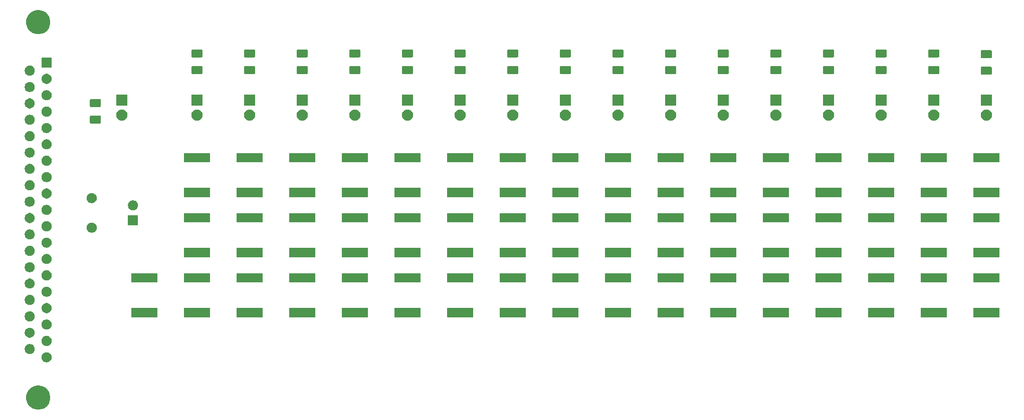
<source format=gbr>
G04 #@! TF.GenerationSoftware,KiCad,Pcbnew,5.1.5-52549c5~84~ubuntu18.04.1*
G04 #@! TF.CreationDate,2020-04-22T17:53:27-07:00*
G04 #@! TF.ProjectId,register_16bit,72656769-7374-4657-925f-31366269742e,rev?*
G04 #@! TF.SameCoordinates,Original*
G04 #@! TF.FileFunction,Soldermask,Top*
G04 #@! TF.FilePolarity,Negative*
%FSLAX46Y46*%
G04 Gerber Fmt 4.6, Leading zero omitted, Abs format (unit mm)*
G04 Created by KiCad (PCBNEW 5.1.5-52549c5~84~ubuntu18.04.1) date 2020-04-22 17:53:27*
%MOMM*%
%LPD*%
G04 APERTURE LIST*
%ADD10C,0.100000*%
G04 APERTURE END LIST*
D10*
G36*
X72838254Y-127097818D02*
G01*
X73211511Y-127252426D01*
X73211513Y-127252427D01*
X73547436Y-127476884D01*
X73833116Y-127762564D01*
X74057574Y-128098489D01*
X74212182Y-128471746D01*
X74291000Y-128867993D01*
X74291000Y-129272007D01*
X74212182Y-129668254D01*
X74057574Y-130041511D01*
X74057573Y-130041513D01*
X73833116Y-130377436D01*
X73547436Y-130663116D01*
X73211513Y-130887573D01*
X73211512Y-130887574D01*
X73211511Y-130887574D01*
X72838254Y-131042182D01*
X72442007Y-131121000D01*
X72037993Y-131121000D01*
X71641746Y-131042182D01*
X71268489Y-130887574D01*
X71268488Y-130887574D01*
X71268487Y-130887573D01*
X70932564Y-130663116D01*
X70646884Y-130377436D01*
X70422427Y-130041513D01*
X70422426Y-130041511D01*
X70267818Y-129668254D01*
X70189000Y-129272007D01*
X70189000Y-128867993D01*
X70267818Y-128471746D01*
X70422426Y-128098489D01*
X70646884Y-127762564D01*
X70932564Y-127476884D01*
X71268487Y-127252427D01*
X71268489Y-127252426D01*
X71641746Y-127097818D01*
X72037993Y-127019000D01*
X72442007Y-127019000D01*
X72838254Y-127097818D01*
G37*
G36*
X73908228Y-121431703D02*
G01*
X74063100Y-121495853D01*
X74202481Y-121588985D01*
X74321015Y-121707519D01*
X74414147Y-121846900D01*
X74478297Y-122001772D01*
X74511000Y-122166184D01*
X74511000Y-122333816D01*
X74478297Y-122498228D01*
X74414147Y-122653100D01*
X74321015Y-122792481D01*
X74202481Y-122911015D01*
X74063100Y-123004147D01*
X73908228Y-123068297D01*
X73743816Y-123101000D01*
X73576184Y-123101000D01*
X73411772Y-123068297D01*
X73256900Y-123004147D01*
X73117519Y-122911015D01*
X72998985Y-122792481D01*
X72905853Y-122653100D01*
X72841703Y-122498228D01*
X72809000Y-122333816D01*
X72809000Y-122166184D01*
X72841703Y-122001772D01*
X72905853Y-121846900D01*
X72998985Y-121707519D01*
X73117519Y-121588985D01*
X73256900Y-121495853D01*
X73411772Y-121431703D01*
X73576184Y-121399000D01*
X73743816Y-121399000D01*
X73908228Y-121431703D01*
G37*
G36*
X71068228Y-120046703D02*
G01*
X71223100Y-120110853D01*
X71362481Y-120203985D01*
X71481015Y-120322519D01*
X71574147Y-120461900D01*
X71638297Y-120616772D01*
X71671000Y-120781184D01*
X71671000Y-120948816D01*
X71638297Y-121113228D01*
X71574147Y-121268100D01*
X71481015Y-121407481D01*
X71362481Y-121526015D01*
X71223100Y-121619147D01*
X71068228Y-121683297D01*
X70903816Y-121716000D01*
X70736184Y-121716000D01*
X70571772Y-121683297D01*
X70416900Y-121619147D01*
X70277519Y-121526015D01*
X70158985Y-121407481D01*
X70065853Y-121268100D01*
X70001703Y-121113228D01*
X69969000Y-120948816D01*
X69969000Y-120781184D01*
X70001703Y-120616772D01*
X70065853Y-120461900D01*
X70158985Y-120322519D01*
X70277519Y-120203985D01*
X70416900Y-120110853D01*
X70571772Y-120046703D01*
X70736184Y-120014000D01*
X70903816Y-120014000D01*
X71068228Y-120046703D01*
G37*
G36*
X73908228Y-118661703D02*
G01*
X74063100Y-118725853D01*
X74202481Y-118818985D01*
X74321015Y-118937519D01*
X74414147Y-119076900D01*
X74478297Y-119231772D01*
X74511000Y-119396184D01*
X74511000Y-119563816D01*
X74478297Y-119728228D01*
X74414147Y-119883100D01*
X74321015Y-120022481D01*
X74202481Y-120141015D01*
X74063100Y-120234147D01*
X73908228Y-120298297D01*
X73743816Y-120331000D01*
X73576184Y-120331000D01*
X73411772Y-120298297D01*
X73256900Y-120234147D01*
X73117519Y-120141015D01*
X72998985Y-120022481D01*
X72905853Y-119883100D01*
X72841703Y-119728228D01*
X72809000Y-119563816D01*
X72809000Y-119396184D01*
X72841703Y-119231772D01*
X72905853Y-119076900D01*
X72998985Y-118937519D01*
X73117519Y-118818985D01*
X73256900Y-118725853D01*
X73411772Y-118661703D01*
X73576184Y-118629000D01*
X73743816Y-118629000D01*
X73908228Y-118661703D01*
G37*
G36*
X71068228Y-117276703D02*
G01*
X71223100Y-117340853D01*
X71362481Y-117433985D01*
X71481015Y-117552519D01*
X71574147Y-117691900D01*
X71638297Y-117846772D01*
X71671000Y-118011184D01*
X71671000Y-118178816D01*
X71638297Y-118343228D01*
X71574147Y-118498100D01*
X71481015Y-118637481D01*
X71362481Y-118756015D01*
X71223100Y-118849147D01*
X71068228Y-118913297D01*
X70903816Y-118946000D01*
X70736184Y-118946000D01*
X70571772Y-118913297D01*
X70416900Y-118849147D01*
X70277519Y-118756015D01*
X70158985Y-118637481D01*
X70065853Y-118498100D01*
X70001703Y-118343228D01*
X69969000Y-118178816D01*
X69969000Y-118011184D01*
X70001703Y-117846772D01*
X70065853Y-117691900D01*
X70158985Y-117552519D01*
X70277519Y-117433985D01*
X70416900Y-117340853D01*
X70571772Y-117276703D01*
X70736184Y-117244000D01*
X70903816Y-117244000D01*
X71068228Y-117276703D01*
G37*
G36*
X73908228Y-115891703D02*
G01*
X74063100Y-115955853D01*
X74202481Y-116048985D01*
X74321015Y-116167519D01*
X74414147Y-116306900D01*
X74478297Y-116461772D01*
X74511000Y-116626184D01*
X74511000Y-116793816D01*
X74478297Y-116958228D01*
X74414147Y-117113100D01*
X74321015Y-117252481D01*
X74202481Y-117371015D01*
X74063100Y-117464147D01*
X73908228Y-117528297D01*
X73743816Y-117561000D01*
X73576184Y-117561000D01*
X73411772Y-117528297D01*
X73256900Y-117464147D01*
X73117519Y-117371015D01*
X72998985Y-117252481D01*
X72905853Y-117113100D01*
X72841703Y-116958228D01*
X72809000Y-116793816D01*
X72809000Y-116626184D01*
X72841703Y-116461772D01*
X72905853Y-116306900D01*
X72998985Y-116167519D01*
X73117519Y-116048985D01*
X73256900Y-115955853D01*
X73411772Y-115891703D01*
X73576184Y-115859000D01*
X73743816Y-115859000D01*
X73908228Y-115891703D01*
G37*
G36*
X71068228Y-114506703D02*
G01*
X71223100Y-114570853D01*
X71362481Y-114663985D01*
X71481015Y-114782519D01*
X71574147Y-114921900D01*
X71638297Y-115076772D01*
X71671000Y-115241184D01*
X71671000Y-115408816D01*
X71638297Y-115573228D01*
X71574147Y-115728100D01*
X71481015Y-115867481D01*
X71362481Y-115986015D01*
X71223100Y-116079147D01*
X71068228Y-116143297D01*
X70903816Y-116176000D01*
X70736184Y-116176000D01*
X70571772Y-116143297D01*
X70416900Y-116079147D01*
X70277519Y-115986015D01*
X70158985Y-115867481D01*
X70065853Y-115728100D01*
X70001703Y-115573228D01*
X69969000Y-115408816D01*
X69969000Y-115241184D01*
X70001703Y-115076772D01*
X70065853Y-114921900D01*
X70158985Y-114782519D01*
X70277519Y-114663985D01*
X70416900Y-114570853D01*
X70571772Y-114506703D01*
X70736184Y-114474000D01*
X70903816Y-114474000D01*
X71068228Y-114506703D01*
G37*
G36*
X101286000Y-115486000D02*
G01*
X96834000Y-115486000D01*
X96834000Y-113934000D01*
X101286000Y-113934000D01*
X101286000Y-115486000D01*
G37*
G36*
X216856000Y-115486000D02*
G01*
X212404000Y-115486000D01*
X212404000Y-113934000D01*
X216856000Y-113934000D01*
X216856000Y-115486000D01*
G37*
G36*
X225746000Y-115486000D02*
G01*
X221294000Y-115486000D01*
X221294000Y-113934000D01*
X225746000Y-113934000D01*
X225746000Y-115486000D01*
G37*
G36*
X92396000Y-115486000D02*
G01*
X87944000Y-115486000D01*
X87944000Y-113934000D01*
X92396000Y-113934000D01*
X92396000Y-115486000D01*
G37*
G36*
X234636000Y-115486000D02*
G01*
X230184000Y-115486000D01*
X230184000Y-113934000D01*
X234636000Y-113934000D01*
X234636000Y-115486000D01*
G37*
G36*
X136846000Y-115486000D02*
G01*
X132394000Y-115486000D01*
X132394000Y-113934000D01*
X136846000Y-113934000D01*
X136846000Y-115486000D01*
G37*
G36*
X127956000Y-115486000D02*
G01*
X123504000Y-115486000D01*
X123504000Y-113934000D01*
X127956000Y-113934000D01*
X127956000Y-115486000D01*
G37*
G36*
X119066000Y-115486000D02*
G01*
X114614000Y-115486000D01*
X114614000Y-113934000D01*
X119066000Y-113934000D01*
X119066000Y-115486000D01*
G37*
G36*
X199076000Y-115486000D02*
G01*
X194624000Y-115486000D01*
X194624000Y-113934000D01*
X199076000Y-113934000D01*
X199076000Y-115486000D01*
G37*
G36*
X110176000Y-115486000D02*
G01*
X105724000Y-115486000D01*
X105724000Y-113934000D01*
X110176000Y-113934000D01*
X110176000Y-115486000D01*
G37*
G36*
X154626000Y-115486000D02*
G01*
X150174000Y-115486000D01*
X150174000Y-113934000D01*
X154626000Y-113934000D01*
X154626000Y-115486000D01*
G37*
G36*
X181296000Y-115486000D02*
G01*
X176844000Y-115486000D01*
X176844000Y-113934000D01*
X181296000Y-113934000D01*
X181296000Y-115486000D01*
G37*
G36*
X207966000Y-115486000D02*
G01*
X203514000Y-115486000D01*
X203514000Y-113934000D01*
X207966000Y-113934000D01*
X207966000Y-115486000D01*
G37*
G36*
X145736000Y-115486000D02*
G01*
X141284000Y-115486000D01*
X141284000Y-113934000D01*
X145736000Y-113934000D01*
X145736000Y-115486000D01*
G37*
G36*
X190186000Y-115486000D02*
G01*
X185734000Y-115486000D01*
X185734000Y-113934000D01*
X190186000Y-113934000D01*
X190186000Y-115486000D01*
G37*
G36*
X163516000Y-115486000D02*
G01*
X159064000Y-115486000D01*
X159064000Y-113934000D01*
X163516000Y-113934000D01*
X163516000Y-115486000D01*
G37*
G36*
X172406000Y-115486000D02*
G01*
X167954000Y-115486000D01*
X167954000Y-113934000D01*
X172406000Y-113934000D01*
X172406000Y-115486000D01*
G37*
G36*
X73908228Y-113121703D02*
G01*
X74063100Y-113185853D01*
X74202481Y-113278985D01*
X74321015Y-113397519D01*
X74414147Y-113536900D01*
X74478297Y-113691772D01*
X74511000Y-113856184D01*
X74511000Y-114023816D01*
X74478297Y-114188228D01*
X74414147Y-114343100D01*
X74321015Y-114482481D01*
X74202481Y-114601015D01*
X74063100Y-114694147D01*
X73908228Y-114758297D01*
X73743816Y-114791000D01*
X73576184Y-114791000D01*
X73411772Y-114758297D01*
X73256900Y-114694147D01*
X73117519Y-114601015D01*
X72998985Y-114482481D01*
X72905853Y-114343100D01*
X72841703Y-114188228D01*
X72809000Y-114023816D01*
X72809000Y-113856184D01*
X72841703Y-113691772D01*
X72905853Y-113536900D01*
X72998985Y-113397519D01*
X73117519Y-113278985D01*
X73256900Y-113185853D01*
X73411772Y-113121703D01*
X73576184Y-113089000D01*
X73743816Y-113089000D01*
X73908228Y-113121703D01*
G37*
G36*
X71068228Y-111736703D02*
G01*
X71223100Y-111800853D01*
X71362481Y-111893985D01*
X71481015Y-112012519D01*
X71574147Y-112151900D01*
X71638297Y-112306772D01*
X71671000Y-112471184D01*
X71671000Y-112638816D01*
X71638297Y-112803228D01*
X71574147Y-112958100D01*
X71481015Y-113097481D01*
X71362481Y-113216015D01*
X71223100Y-113309147D01*
X71068228Y-113373297D01*
X70903816Y-113406000D01*
X70736184Y-113406000D01*
X70571772Y-113373297D01*
X70416900Y-113309147D01*
X70277519Y-113216015D01*
X70158985Y-113097481D01*
X70065853Y-112958100D01*
X70001703Y-112803228D01*
X69969000Y-112638816D01*
X69969000Y-112471184D01*
X70001703Y-112306772D01*
X70065853Y-112151900D01*
X70158985Y-112012519D01*
X70277519Y-111893985D01*
X70416900Y-111800853D01*
X70571772Y-111736703D01*
X70736184Y-111704000D01*
X70903816Y-111704000D01*
X71068228Y-111736703D01*
G37*
G36*
X73908228Y-110351703D02*
G01*
X74063100Y-110415853D01*
X74202481Y-110508985D01*
X74321015Y-110627519D01*
X74414147Y-110766900D01*
X74478297Y-110921772D01*
X74511000Y-111086184D01*
X74511000Y-111253816D01*
X74478297Y-111418228D01*
X74414147Y-111573100D01*
X74321015Y-111712481D01*
X74202481Y-111831015D01*
X74063100Y-111924147D01*
X73908228Y-111988297D01*
X73743816Y-112021000D01*
X73576184Y-112021000D01*
X73411772Y-111988297D01*
X73256900Y-111924147D01*
X73117519Y-111831015D01*
X72998985Y-111712481D01*
X72905853Y-111573100D01*
X72841703Y-111418228D01*
X72809000Y-111253816D01*
X72809000Y-111086184D01*
X72841703Y-110921772D01*
X72905853Y-110766900D01*
X72998985Y-110627519D01*
X73117519Y-110508985D01*
X73256900Y-110415853D01*
X73411772Y-110351703D01*
X73576184Y-110319000D01*
X73743816Y-110319000D01*
X73908228Y-110351703D01*
G37*
G36*
X71068228Y-108966703D02*
G01*
X71223100Y-109030853D01*
X71362481Y-109123985D01*
X71481015Y-109242519D01*
X71574147Y-109381900D01*
X71638297Y-109536772D01*
X71671000Y-109701184D01*
X71671000Y-109868816D01*
X71638297Y-110033228D01*
X71574147Y-110188100D01*
X71481015Y-110327481D01*
X71362481Y-110446015D01*
X71223100Y-110539147D01*
X71068228Y-110603297D01*
X70903816Y-110636000D01*
X70736184Y-110636000D01*
X70571772Y-110603297D01*
X70416900Y-110539147D01*
X70277519Y-110446015D01*
X70158985Y-110327481D01*
X70065853Y-110188100D01*
X70001703Y-110033228D01*
X69969000Y-109868816D01*
X69969000Y-109701184D01*
X70001703Y-109536772D01*
X70065853Y-109381900D01*
X70158985Y-109242519D01*
X70277519Y-109123985D01*
X70416900Y-109030853D01*
X70571772Y-108966703D01*
X70736184Y-108934000D01*
X70903816Y-108934000D01*
X71068228Y-108966703D01*
G37*
G36*
X190186000Y-109586000D02*
G01*
X185734000Y-109586000D01*
X185734000Y-108034000D01*
X190186000Y-108034000D01*
X190186000Y-109586000D01*
G37*
G36*
X101286000Y-109586000D02*
G01*
X96834000Y-109586000D01*
X96834000Y-108034000D01*
X101286000Y-108034000D01*
X101286000Y-109586000D01*
G37*
G36*
X199076000Y-109586000D02*
G01*
X194624000Y-109586000D01*
X194624000Y-108034000D01*
X199076000Y-108034000D01*
X199076000Y-109586000D01*
G37*
G36*
X207966000Y-109586000D02*
G01*
X203514000Y-109586000D01*
X203514000Y-108034000D01*
X207966000Y-108034000D01*
X207966000Y-109586000D01*
G37*
G36*
X216856000Y-109586000D02*
G01*
X212404000Y-109586000D01*
X212404000Y-108034000D01*
X216856000Y-108034000D01*
X216856000Y-109586000D01*
G37*
G36*
X172406000Y-109586000D02*
G01*
X167954000Y-109586000D01*
X167954000Y-108034000D01*
X172406000Y-108034000D01*
X172406000Y-109586000D01*
G37*
G36*
X163516000Y-109586000D02*
G01*
X159064000Y-109586000D01*
X159064000Y-108034000D01*
X163516000Y-108034000D01*
X163516000Y-109586000D01*
G37*
G36*
X145736000Y-109586000D02*
G01*
X141284000Y-109586000D01*
X141284000Y-108034000D01*
X145736000Y-108034000D01*
X145736000Y-109586000D01*
G37*
G36*
X119066000Y-109586000D02*
G01*
X114614000Y-109586000D01*
X114614000Y-108034000D01*
X119066000Y-108034000D01*
X119066000Y-109586000D01*
G37*
G36*
X136846000Y-109586000D02*
G01*
X132394000Y-109586000D01*
X132394000Y-108034000D01*
X136846000Y-108034000D01*
X136846000Y-109586000D01*
G37*
G36*
X234636000Y-109586000D02*
G01*
X230184000Y-109586000D01*
X230184000Y-108034000D01*
X234636000Y-108034000D01*
X234636000Y-109586000D01*
G37*
G36*
X92396000Y-109586000D02*
G01*
X87944000Y-109586000D01*
X87944000Y-108034000D01*
X92396000Y-108034000D01*
X92396000Y-109586000D01*
G37*
G36*
X127956000Y-109586000D02*
G01*
X123504000Y-109586000D01*
X123504000Y-108034000D01*
X127956000Y-108034000D01*
X127956000Y-109586000D01*
G37*
G36*
X225746000Y-109586000D02*
G01*
X221294000Y-109586000D01*
X221294000Y-108034000D01*
X225746000Y-108034000D01*
X225746000Y-109586000D01*
G37*
G36*
X181296000Y-109586000D02*
G01*
X176844000Y-109586000D01*
X176844000Y-108034000D01*
X181296000Y-108034000D01*
X181296000Y-109586000D01*
G37*
G36*
X154626000Y-109586000D02*
G01*
X150174000Y-109586000D01*
X150174000Y-108034000D01*
X154626000Y-108034000D01*
X154626000Y-109586000D01*
G37*
G36*
X110176000Y-109586000D02*
G01*
X105724000Y-109586000D01*
X105724000Y-108034000D01*
X110176000Y-108034000D01*
X110176000Y-109586000D01*
G37*
G36*
X73908228Y-107581703D02*
G01*
X74063100Y-107645853D01*
X74202481Y-107738985D01*
X74321015Y-107857519D01*
X74414147Y-107996900D01*
X74478297Y-108151772D01*
X74511000Y-108316184D01*
X74511000Y-108483816D01*
X74478297Y-108648228D01*
X74414147Y-108803100D01*
X74321015Y-108942481D01*
X74202481Y-109061015D01*
X74063100Y-109154147D01*
X73908228Y-109218297D01*
X73743816Y-109251000D01*
X73576184Y-109251000D01*
X73411772Y-109218297D01*
X73256900Y-109154147D01*
X73117519Y-109061015D01*
X72998985Y-108942481D01*
X72905853Y-108803100D01*
X72841703Y-108648228D01*
X72809000Y-108483816D01*
X72809000Y-108316184D01*
X72841703Y-108151772D01*
X72905853Y-107996900D01*
X72998985Y-107857519D01*
X73117519Y-107738985D01*
X73256900Y-107645853D01*
X73411772Y-107581703D01*
X73576184Y-107549000D01*
X73743816Y-107549000D01*
X73908228Y-107581703D01*
G37*
G36*
X71068228Y-106196703D02*
G01*
X71223100Y-106260853D01*
X71362481Y-106353985D01*
X71481015Y-106472519D01*
X71574147Y-106611900D01*
X71638297Y-106766772D01*
X71671000Y-106931184D01*
X71671000Y-107098816D01*
X71638297Y-107263228D01*
X71574147Y-107418100D01*
X71481015Y-107557481D01*
X71362481Y-107676015D01*
X71223100Y-107769147D01*
X71068228Y-107833297D01*
X70903816Y-107866000D01*
X70736184Y-107866000D01*
X70571772Y-107833297D01*
X70416900Y-107769147D01*
X70277519Y-107676015D01*
X70158985Y-107557481D01*
X70065853Y-107418100D01*
X70001703Y-107263228D01*
X69969000Y-107098816D01*
X69969000Y-106931184D01*
X70001703Y-106766772D01*
X70065853Y-106611900D01*
X70158985Y-106472519D01*
X70277519Y-106353985D01*
X70416900Y-106260853D01*
X70571772Y-106196703D01*
X70736184Y-106164000D01*
X70903816Y-106164000D01*
X71068228Y-106196703D01*
G37*
G36*
X73908228Y-104811703D02*
G01*
X74063100Y-104875853D01*
X74202481Y-104968985D01*
X74321015Y-105087519D01*
X74414147Y-105226900D01*
X74478297Y-105381772D01*
X74511000Y-105546184D01*
X74511000Y-105713816D01*
X74478297Y-105878228D01*
X74414147Y-106033100D01*
X74321015Y-106172481D01*
X74202481Y-106291015D01*
X74063100Y-106384147D01*
X73908228Y-106448297D01*
X73743816Y-106481000D01*
X73576184Y-106481000D01*
X73411772Y-106448297D01*
X73256900Y-106384147D01*
X73117519Y-106291015D01*
X72998985Y-106172481D01*
X72905853Y-106033100D01*
X72841703Y-105878228D01*
X72809000Y-105713816D01*
X72809000Y-105546184D01*
X72841703Y-105381772D01*
X72905853Y-105226900D01*
X72998985Y-105087519D01*
X73117519Y-104968985D01*
X73256900Y-104875853D01*
X73411772Y-104811703D01*
X73576184Y-104779000D01*
X73743816Y-104779000D01*
X73908228Y-104811703D01*
G37*
G36*
X119066000Y-105326000D02*
G01*
X114614000Y-105326000D01*
X114614000Y-103774000D01*
X119066000Y-103774000D01*
X119066000Y-105326000D01*
G37*
G36*
X101286000Y-105326000D02*
G01*
X96834000Y-105326000D01*
X96834000Y-103774000D01*
X101286000Y-103774000D01*
X101286000Y-105326000D01*
G37*
G36*
X110176000Y-105326000D02*
G01*
X105724000Y-105326000D01*
X105724000Y-103774000D01*
X110176000Y-103774000D01*
X110176000Y-105326000D01*
G37*
G36*
X234636000Y-105326000D02*
G01*
X230184000Y-105326000D01*
X230184000Y-103774000D01*
X234636000Y-103774000D01*
X234636000Y-105326000D01*
G37*
G36*
X225746000Y-105326000D02*
G01*
X221294000Y-105326000D01*
X221294000Y-103774000D01*
X225746000Y-103774000D01*
X225746000Y-105326000D01*
G37*
G36*
X154626000Y-105326000D02*
G01*
X150174000Y-105326000D01*
X150174000Y-103774000D01*
X154626000Y-103774000D01*
X154626000Y-105326000D01*
G37*
G36*
X163516000Y-105326000D02*
G01*
X159064000Y-105326000D01*
X159064000Y-103774000D01*
X163516000Y-103774000D01*
X163516000Y-105326000D01*
G37*
G36*
X145736000Y-105326000D02*
G01*
X141284000Y-105326000D01*
X141284000Y-103774000D01*
X145736000Y-103774000D01*
X145736000Y-105326000D01*
G37*
G36*
X172406000Y-105326000D02*
G01*
X167954000Y-105326000D01*
X167954000Y-103774000D01*
X172406000Y-103774000D01*
X172406000Y-105326000D01*
G37*
G36*
X207966000Y-105326000D02*
G01*
X203514000Y-105326000D01*
X203514000Y-103774000D01*
X207966000Y-103774000D01*
X207966000Y-105326000D01*
G37*
G36*
X136846000Y-105326000D02*
G01*
X132394000Y-105326000D01*
X132394000Y-103774000D01*
X136846000Y-103774000D01*
X136846000Y-105326000D01*
G37*
G36*
X127956000Y-105326000D02*
G01*
X123504000Y-105326000D01*
X123504000Y-103774000D01*
X127956000Y-103774000D01*
X127956000Y-105326000D01*
G37*
G36*
X216856000Y-105326000D02*
G01*
X212404000Y-105326000D01*
X212404000Y-103774000D01*
X216856000Y-103774000D01*
X216856000Y-105326000D01*
G37*
G36*
X190186000Y-105326000D02*
G01*
X185734000Y-105326000D01*
X185734000Y-103774000D01*
X190186000Y-103774000D01*
X190186000Y-105326000D01*
G37*
G36*
X181296000Y-105326000D02*
G01*
X176844000Y-105326000D01*
X176844000Y-103774000D01*
X181296000Y-103774000D01*
X181296000Y-105326000D01*
G37*
G36*
X199076000Y-105326000D02*
G01*
X194624000Y-105326000D01*
X194624000Y-103774000D01*
X199076000Y-103774000D01*
X199076000Y-105326000D01*
G37*
G36*
X71068228Y-103426703D02*
G01*
X71223100Y-103490853D01*
X71362481Y-103583985D01*
X71481015Y-103702519D01*
X71574147Y-103841900D01*
X71638297Y-103996772D01*
X71671000Y-104161184D01*
X71671000Y-104328816D01*
X71638297Y-104493228D01*
X71574147Y-104648100D01*
X71481015Y-104787481D01*
X71362481Y-104906015D01*
X71223100Y-104999147D01*
X71068228Y-105063297D01*
X70903816Y-105096000D01*
X70736184Y-105096000D01*
X70571772Y-105063297D01*
X70416900Y-104999147D01*
X70277519Y-104906015D01*
X70158985Y-104787481D01*
X70065853Y-104648100D01*
X70001703Y-104493228D01*
X69969000Y-104328816D01*
X69969000Y-104161184D01*
X70001703Y-103996772D01*
X70065853Y-103841900D01*
X70158985Y-103702519D01*
X70277519Y-103583985D01*
X70416900Y-103490853D01*
X70571772Y-103426703D01*
X70736184Y-103394000D01*
X70903816Y-103394000D01*
X71068228Y-103426703D01*
G37*
G36*
X73908228Y-102041703D02*
G01*
X74063100Y-102105853D01*
X74202481Y-102198985D01*
X74321015Y-102317519D01*
X74414147Y-102456900D01*
X74478297Y-102611772D01*
X74511000Y-102776184D01*
X74511000Y-102943816D01*
X74478297Y-103108228D01*
X74414147Y-103263100D01*
X74321015Y-103402481D01*
X74202481Y-103521015D01*
X74063100Y-103614147D01*
X73908228Y-103678297D01*
X73743816Y-103711000D01*
X73576184Y-103711000D01*
X73411772Y-103678297D01*
X73256900Y-103614147D01*
X73117519Y-103521015D01*
X72998985Y-103402481D01*
X72905853Y-103263100D01*
X72841703Y-103108228D01*
X72809000Y-102943816D01*
X72809000Y-102776184D01*
X72841703Y-102611772D01*
X72905853Y-102456900D01*
X72998985Y-102317519D01*
X73117519Y-102198985D01*
X73256900Y-102105853D01*
X73411772Y-102041703D01*
X73576184Y-102009000D01*
X73743816Y-102009000D01*
X73908228Y-102041703D01*
G37*
G36*
X71068228Y-100656703D02*
G01*
X71223100Y-100720853D01*
X71362481Y-100813985D01*
X71481015Y-100932519D01*
X71574147Y-101071900D01*
X71638297Y-101226772D01*
X71671000Y-101391184D01*
X71671000Y-101558816D01*
X71638297Y-101723228D01*
X71574147Y-101878100D01*
X71481015Y-102017481D01*
X71362481Y-102136015D01*
X71223100Y-102229147D01*
X71068228Y-102293297D01*
X70903816Y-102326000D01*
X70736184Y-102326000D01*
X70571772Y-102293297D01*
X70416900Y-102229147D01*
X70277519Y-102136015D01*
X70158985Y-102017481D01*
X70065853Y-101878100D01*
X70001703Y-101723228D01*
X69969000Y-101558816D01*
X69969000Y-101391184D01*
X70001703Y-101226772D01*
X70065853Y-101071900D01*
X70158985Y-100932519D01*
X70277519Y-100813985D01*
X70416900Y-100720853D01*
X70571772Y-100656703D01*
X70736184Y-100624000D01*
X70903816Y-100624000D01*
X71068228Y-100656703D01*
G37*
G36*
X81528228Y-99511703D02*
G01*
X81683100Y-99575853D01*
X81822481Y-99668985D01*
X81941015Y-99787519D01*
X82034147Y-99926900D01*
X82098297Y-100081772D01*
X82131000Y-100246184D01*
X82131000Y-100413816D01*
X82098297Y-100578228D01*
X82034147Y-100733100D01*
X81941015Y-100872481D01*
X81822481Y-100991015D01*
X81683100Y-101084147D01*
X81528228Y-101148297D01*
X81363816Y-101181000D01*
X81196184Y-101181000D01*
X81031772Y-101148297D01*
X80876900Y-101084147D01*
X80737519Y-100991015D01*
X80618985Y-100872481D01*
X80525853Y-100733100D01*
X80461703Y-100578228D01*
X80429000Y-100413816D01*
X80429000Y-100246184D01*
X80461703Y-100081772D01*
X80525853Y-99926900D01*
X80618985Y-99787519D01*
X80737519Y-99668985D01*
X80876900Y-99575853D01*
X81031772Y-99511703D01*
X81196184Y-99479000D01*
X81363816Y-99479000D01*
X81528228Y-99511703D01*
G37*
G36*
X73908228Y-99271703D02*
G01*
X74063100Y-99335853D01*
X74202481Y-99428985D01*
X74321015Y-99547519D01*
X74414147Y-99686900D01*
X74478297Y-99841772D01*
X74511000Y-100006184D01*
X74511000Y-100173816D01*
X74478297Y-100338228D01*
X74414147Y-100493100D01*
X74321015Y-100632481D01*
X74202481Y-100751015D01*
X74063100Y-100844147D01*
X73908228Y-100908297D01*
X73743816Y-100941000D01*
X73576184Y-100941000D01*
X73411772Y-100908297D01*
X73256900Y-100844147D01*
X73117519Y-100751015D01*
X72998985Y-100632481D01*
X72905853Y-100493100D01*
X72841703Y-100338228D01*
X72809000Y-100173816D01*
X72809000Y-100006184D01*
X72841703Y-99841772D01*
X72905853Y-99686900D01*
X72998985Y-99547519D01*
X73117519Y-99428985D01*
X73256900Y-99335853D01*
X73411772Y-99271703D01*
X73576184Y-99239000D01*
X73743816Y-99239000D01*
X73908228Y-99271703D01*
G37*
G36*
X89116000Y-99911000D02*
G01*
X87414000Y-99911000D01*
X87414000Y-98209000D01*
X89116000Y-98209000D01*
X89116000Y-99911000D01*
G37*
G36*
X71068228Y-97886703D02*
G01*
X71223100Y-97950853D01*
X71362481Y-98043985D01*
X71481015Y-98162519D01*
X71574147Y-98301900D01*
X71638297Y-98456772D01*
X71671000Y-98621184D01*
X71671000Y-98788816D01*
X71638297Y-98953228D01*
X71574147Y-99108100D01*
X71481015Y-99247481D01*
X71362481Y-99366015D01*
X71223100Y-99459147D01*
X71068228Y-99523297D01*
X70903816Y-99556000D01*
X70736184Y-99556000D01*
X70571772Y-99523297D01*
X70416900Y-99459147D01*
X70277519Y-99366015D01*
X70158985Y-99247481D01*
X70065853Y-99108100D01*
X70001703Y-98953228D01*
X69969000Y-98788816D01*
X69969000Y-98621184D01*
X70001703Y-98456772D01*
X70065853Y-98301900D01*
X70158985Y-98162519D01*
X70277519Y-98043985D01*
X70416900Y-97950853D01*
X70571772Y-97886703D01*
X70736184Y-97854000D01*
X70903816Y-97854000D01*
X71068228Y-97886703D01*
G37*
G36*
X101286000Y-99426000D02*
G01*
X96834000Y-99426000D01*
X96834000Y-97874000D01*
X101286000Y-97874000D01*
X101286000Y-99426000D01*
G37*
G36*
X119066000Y-99426000D02*
G01*
X114614000Y-99426000D01*
X114614000Y-97874000D01*
X119066000Y-97874000D01*
X119066000Y-99426000D01*
G37*
G36*
X127956000Y-99426000D02*
G01*
X123504000Y-99426000D01*
X123504000Y-97874000D01*
X127956000Y-97874000D01*
X127956000Y-99426000D01*
G37*
G36*
X110176000Y-99426000D02*
G01*
X105724000Y-99426000D01*
X105724000Y-97874000D01*
X110176000Y-97874000D01*
X110176000Y-99426000D01*
G37*
G36*
X163516000Y-99426000D02*
G01*
X159064000Y-99426000D01*
X159064000Y-97874000D01*
X163516000Y-97874000D01*
X163516000Y-99426000D01*
G37*
G36*
X190186000Y-99426000D02*
G01*
X185734000Y-99426000D01*
X185734000Y-97874000D01*
X190186000Y-97874000D01*
X190186000Y-99426000D01*
G37*
G36*
X199076000Y-99426000D02*
G01*
X194624000Y-99426000D01*
X194624000Y-97874000D01*
X199076000Y-97874000D01*
X199076000Y-99426000D01*
G37*
G36*
X216856000Y-99426000D02*
G01*
X212404000Y-99426000D01*
X212404000Y-97874000D01*
X216856000Y-97874000D01*
X216856000Y-99426000D01*
G37*
G36*
X181296000Y-99426000D02*
G01*
X176844000Y-99426000D01*
X176844000Y-97874000D01*
X181296000Y-97874000D01*
X181296000Y-99426000D01*
G37*
G36*
X225746000Y-99426000D02*
G01*
X221294000Y-99426000D01*
X221294000Y-97874000D01*
X225746000Y-97874000D01*
X225746000Y-99426000D01*
G37*
G36*
X136846000Y-99426000D02*
G01*
X132394000Y-99426000D01*
X132394000Y-97874000D01*
X136846000Y-97874000D01*
X136846000Y-99426000D01*
G37*
G36*
X154626000Y-99426000D02*
G01*
X150174000Y-99426000D01*
X150174000Y-97874000D01*
X154626000Y-97874000D01*
X154626000Y-99426000D01*
G37*
G36*
X234636000Y-99426000D02*
G01*
X230184000Y-99426000D01*
X230184000Y-97874000D01*
X234636000Y-97874000D01*
X234636000Y-99426000D01*
G37*
G36*
X145736000Y-99426000D02*
G01*
X141284000Y-99426000D01*
X141284000Y-97874000D01*
X145736000Y-97874000D01*
X145736000Y-99426000D01*
G37*
G36*
X172406000Y-99426000D02*
G01*
X167954000Y-99426000D01*
X167954000Y-97874000D01*
X172406000Y-97874000D01*
X172406000Y-99426000D01*
G37*
G36*
X207966000Y-99426000D02*
G01*
X203514000Y-99426000D01*
X203514000Y-97874000D01*
X207966000Y-97874000D01*
X207966000Y-99426000D01*
G37*
G36*
X73908228Y-96501703D02*
G01*
X74063100Y-96565853D01*
X74202481Y-96658985D01*
X74321015Y-96777519D01*
X74414147Y-96916900D01*
X74478297Y-97071772D01*
X74511000Y-97236184D01*
X74511000Y-97403816D01*
X74478297Y-97568228D01*
X74414147Y-97723100D01*
X74321015Y-97862481D01*
X74202481Y-97981015D01*
X74063100Y-98074147D01*
X73908228Y-98138297D01*
X73743816Y-98171000D01*
X73576184Y-98171000D01*
X73411772Y-98138297D01*
X73256900Y-98074147D01*
X73117519Y-97981015D01*
X72998985Y-97862481D01*
X72905853Y-97723100D01*
X72841703Y-97568228D01*
X72809000Y-97403816D01*
X72809000Y-97236184D01*
X72841703Y-97071772D01*
X72905853Y-96916900D01*
X72998985Y-96777519D01*
X73117519Y-96658985D01*
X73256900Y-96565853D01*
X73411772Y-96501703D01*
X73576184Y-96469000D01*
X73743816Y-96469000D01*
X73908228Y-96501703D01*
G37*
G36*
X88513228Y-95741703D02*
G01*
X88668100Y-95805853D01*
X88807481Y-95898985D01*
X88926015Y-96017519D01*
X89019147Y-96156900D01*
X89083297Y-96311772D01*
X89116000Y-96476184D01*
X89116000Y-96643816D01*
X89083297Y-96808228D01*
X89019147Y-96963100D01*
X88926015Y-97102481D01*
X88807481Y-97221015D01*
X88668100Y-97314147D01*
X88513228Y-97378297D01*
X88348816Y-97411000D01*
X88181184Y-97411000D01*
X88016772Y-97378297D01*
X87861900Y-97314147D01*
X87722519Y-97221015D01*
X87603985Y-97102481D01*
X87510853Y-96963100D01*
X87446703Y-96808228D01*
X87414000Y-96643816D01*
X87414000Y-96476184D01*
X87446703Y-96311772D01*
X87510853Y-96156900D01*
X87603985Y-96017519D01*
X87722519Y-95898985D01*
X87861900Y-95805853D01*
X88016772Y-95741703D01*
X88181184Y-95709000D01*
X88348816Y-95709000D01*
X88513228Y-95741703D01*
G37*
G36*
X71068228Y-95116703D02*
G01*
X71223100Y-95180853D01*
X71362481Y-95273985D01*
X71481015Y-95392519D01*
X71574147Y-95531900D01*
X71638297Y-95686772D01*
X71671000Y-95851184D01*
X71671000Y-96018816D01*
X71638297Y-96183228D01*
X71574147Y-96338100D01*
X71481015Y-96477481D01*
X71362481Y-96596015D01*
X71223100Y-96689147D01*
X71068228Y-96753297D01*
X70903816Y-96786000D01*
X70736184Y-96786000D01*
X70571772Y-96753297D01*
X70416900Y-96689147D01*
X70277519Y-96596015D01*
X70158985Y-96477481D01*
X70065853Y-96338100D01*
X70001703Y-96183228D01*
X69969000Y-96018816D01*
X69969000Y-95851184D01*
X70001703Y-95686772D01*
X70065853Y-95531900D01*
X70158985Y-95392519D01*
X70277519Y-95273985D01*
X70416900Y-95180853D01*
X70571772Y-95116703D01*
X70736184Y-95084000D01*
X70903816Y-95084000D01*
X71068228Y-95116703D01*
G37*
G36*
X81528228Y-94511703D02*
G01*
X81683100Y-94575853D01*
X81822481Y-94668985D01*
X81941015Y-94787519D01*
X82034147Y-94926900D01*
X82098297Y-95081772D01*
X82131000Y-95246184D01*
X82131000Y-95413816D01*
X82098297Y-95578228D01*
X82034147Y-95733100D01*
X81941015Y-95872481D01*
X81822481Y-95991015D01*
X81683100Y-96084147D01*
X81528228Y-96148297D01*
X81363816Y-96181000D01*
X81196184Y-96181000D01*
X81031772Y-96148297D01*
X80876900Y-96084147D01*
X80737519Y-95991015D01*
X80618985Y-95872481D01*
X80525853Y-95733100D01*
X80461703Y-95578228D01*
X80429000Y-95413816D01*
X80429000Y-95246184D01*
X80461703Y-95081772D01*
X80525853Y-94926900D01*
X80618985Y-94787519D01*
X80737519Y-94668985D01*
X80876900Y-94575853D01*
X81031772Y-94511703D01*
X81196184Y-94479000D01*
X81363816Y-94479000D01*
X81528228Y-94511703D01*
G37*
G36*
X73908228Y-93731703D02*
G01*
X74063100Y-93795853D01*
X74202481Y-93888985D01*
X74321015Y-94007519D01*
X74414147Y-94146900D01*
X74478297Y-94301772D01*
X74511000Y-94466184D01*
X74511000Y-94633816D01*
X74478297Y-94798228D01*
X74414147Y-94953100D01*
X74321015Y-95092481D01*
X74202481Y-95211015D01*
X74063100Y-95304147D01*
X73908228Y-95368297D01*
X73743816Y-95401000D01*
X73576184Y-95401000D01*
X73411772Y-95368297D01*
X73256900Y-95304147D01*
X73117519Y-95211015D01*
X72998985Y-95092481D01*
X72905853Y-94953100D01*
X72841703Y-94798228D01*
X72809000Y-94633816D01*
X72809000Y-94466184D01*
X72841703Y-94301772D01*
X72905853Y-94146900D01*
X72998985Y-94007519D01*
X73117519Y-93888985D01*
X73256900Y-93795853D01*
X73411772Y-93731703D01*
X73576184Y-93699000D01*
X73743816Y-93699000D01*
X73908228Y-93731703D01*
G37*
G36*
X234636000Y-95166000D02*
G01*
X230184000Y-95166000D01*
X230184000Y-93614000D01*
X234636000Y-93614000D01*
X234636000Y-95166000D01*
G37*
G36*
X225746000Y-95166000D02*
G01*
X221294000Y-95166000D01*
X221294000Y-93614000D01*
X225746000Y-93614000D01*
X225746000Y-95166000D01*
G37*
G36*
X199076000Y-95166000D02*
G01*
X194624000Y-95166000D01*
X194624000Y-93614000D01*
X199076000Y-93614000D01*
X199076000Y-95166000D01*
G37*
G36*
X127956000Y-95166000D02*
G01*
X123504000Y-95166000D01*
X123504000Y-93614000D01*
X127956000Y-93614000D01*
X127956000Y-95166000D01*
G37*
G36*
X119066000Y-95166000D02*
G01*
X114614000Y-95166000D01*
X114614000Y-93614000D01*
X119066000Y-93614000D01*
X119066000Y-95166000D01*
G37*
G36*
X110176000Y-95166000D02*
G01*
X105724000Y-95166000D01*
X105724000Y-93614000D01*
X110176000Y-93614000D01*
X110176000Y-95166000D01*
G37*
G36*
X101286000Y-95166000D02*
G01*
X96834000Y-95166000D01*
X96834000Y-93614000D01*
X101286000Y-93614000D01*
X101286000Y-95166000D01*
G37*
G36*
X190186000Y-95166000D02*
G01*
X185734000Y-95166000D01*
X185734000Y-93614000D01*
X190186000Y-93614000D01*
X190186000Y-95166000D01*
G37*
G36*
X207966000Y-95166000D02*
G01*
X203514000Y-95166000D01*
X203514000Y-93614000D01*
X207966000Y-93614000D01*
X207966000Y-95166000D01*
G37*
G36*
X181296000Y-95166000D02*
G01*
X176844000Y-95166000D01*
X176844000Y-93614000D01*
X181296000Y-93614000D01*
X181296000Y-95166000D01*
G37*
G36*
X216856000Y-95166000D02*
G01*
X212404000Y-95166000D01*
X212404000Y-93614000D01*
X216856000Y-93614000D01*
X216856000Y-95166000D01*
G37*
G36*
X145736000Y-95166000D02*
G01*
X141284000Y-95166000D01*
X141284000Y-93614000D01*
X145736000Y-93614000D01*
X145736000Y-95166000D01*
G37*
G36*
X154626000Y-95166000D02*
G01*
X150174000Y-95166000D01*
X150174000Y-93614000D01*
X154626000Y-93614000D01*
X154626000Y-95166000D01*
G37*
G36*
X172406000Y-95166000D02*
G01*
X167954000Y-95166000D01*
X167954000Y-93614000D01*
X172406000Y-93614000D01*
X172406000Y-95166000D01*
G37*
G36*
X136846000Y-95166000D02*
G01*
X132394000Y-95166000D01*
X132394000Y-93614000D01*
X136846000Y-93614000D01*
X136846000Y-95166000D01*
G37*
G36*
X163516000Y-95166000D02*
G01*
X159064000Y-95166000D01*
X159064000Y-93614000D01*
X163516000Y-93614000D01*
X163516000Y-95166000D01*
G37*
G36*
X71068228Y-92346703D02*
G01*
X71223100Y-92410853D01*
X71362481Y-92503985D01*
X71481015Y-92622519D01*
X71574147Y-92761900D01*
X71638297Y-92916772D01*
X71671000Y-93081184D01*
X71671000Y-93248816D01*
X71638297Y-93413228D01*
X71574147Y-93568100D01*
X71481015Y-93707481D01*
X71362481Y-93826015D01*
X71223100Y-93919147D01*
X71068228Y-93983297D01*
X70903816Y-94016000D01*
X70736184Y-94016000D01*
X70571772Y-93983297D01*
X70416900Y-93919147D01*
X70277519Y-93826015D01*
X70158985Y-93707481D01*
X70065853Y-93568100D01*
X70001703Y-93413228D01*
X69969000Y-93248816D01*
X69969000Y-93081184D01*
X70001703Y-92916772D01*
X70065853Y-92761900D01*
X70158985Y-92622519D01*
X70277519Y-92503985D01*
X70416900Y-92410853D01*
X70571772Y-92346703D01*
X70736184Y-92314000D01*
X70903816Y-92314000D01*
X71068228Y-92346703D01*
G37*
G36*
X73908228Y-90961703D02*
G01*
X74063100Y-91025853D01*
X74202481Y-91118985D01*
X74321015Y-91237519D01*
X74414147Y-91376900D01*
X74478297Y-91531772D01*
X74511000Y-91696184D01*
X74511000Y-91863816D01*
X74478297Y-92028228D01*
X74414147Y-92183100D01*
X74321015Y-92322481D01*
X74202481Y-92441015D01*
X74063100Y-92534147D01*
X73908228Y-92598297D01*
X73743816Y-92631000D01*
X73576184Y-92631000D01*
X73411772Y-92598297D01*
X73256900Y-92534147D01*
X73117519Y-92441015D01*
X72998985Y-92322481D01*
X72905853Y-92183100D01*
X72841703Y-92028228D01*
X72809000Y-91863816D01*
X72809000Y-91696184D01*
X72841703Y-91531772D01*
X72905853Y-91376900D01*
X72998985Y-91237519D01*
X73117519Y-91118985D01*
X73256900Y-91025853D01*
X73411772Y-90961703D01*
X73576184Y-90929000D01*
X73743816Y-90929000D01*
X73908228Y-90961703D01*
G37*
G36*
X71068228Y-89576703D02*
G01*
X71223100Y-89640853D01*
X71362481Y-89733985D01*
X71481015Y-89852519D01*
X71574147Y-89991900D01*
X71638297Y-90146772D01*
X71671000Y-90311184D01*
X71671000Y-90478816D01*
X71638297Y-90643228D01*
X71574147Y-90798100D01*
X71481015Y-90937481D01*
X71362481Y-91056015D01*
X71223100Y-91149147D01*
X71068228Y-91213297D01*
X70903816Y-91246000D01*
X70736184Y-91246000D01*
X70571772Y-91213297D01*
X70416900Y-91149147D01*
X70277519Y-91056015D01*
X70158985Y-90937481D01*
X70065853Y-90798100D01*
X70001703Y-90643228D01*
X69969000Y-90478816D01*
X69969000Y-90311184D01*
X70001703Y-90146772D01*
X70065853Y-89991900D01*
X70158985Y-89852519D01*
X70277519Y-89733985D01*
X70416900Y-89640853D01*
X70571772Y-89576703D01*
X70736184Y-89544000D01*
X70903816Y-89544000D01*
X71068228Y-89576703D01*
G37*
G36*
X73908228Y-88191703D02*
G01*
X74063100Y-88255853D01*
X74202481Y-88348985D01*
X74321015Y-88467519D01*
X74414147Y-88606900D01*
X74478297Y-88761772D01*
X74511000Y-88926184D01*
X74511000Y-89093816D01*
X74478297Y-89258228D01*
X74414147Y-89413100D01*
X74321015Y-89552481D01*
X74202481Y-89671015D01*
X74063100Y-89764147D01*
X73908228Y-89828297D01*
X73743816Y-89861000D01*
X73576184Y-89861000D01*
X73411772Y-89828297D01*
X73256900Y-89764147D01*
X73117519Y-89671015D01*
X72998985Y-89552481D01*
X72905853Y-89413100D01*
X72841703Y-89258228D01*
X72809000Y-89093816D01*
X72809000Y-88926184D01*
X72841703Y-88761772D01*
X72905853Y-88606900D01*
X72998985Y-88467519D01*
X73117519Y-88348985D01*
X73256900Y-88255853D01*
X73411772Y-88191703D01*
X73576184Y-88159000D01*
X73743816Y-88159000D01*
X73908228Y-88191703D01*
G37*
G36*
X225746000Y-89266000D02*
G01*
X221294000Y-89266000D01*
X221294000Y-87714000D01*
X225746000Y-87714000D01*
X225746000Y-89266000D01*
G37*
G36*
X234636000Y-89266000D02*
G01*
X230184000Y-89266000D01*
X230184000Y-87714000D01*
X234636000Y-87714000D01*
X234636000Y-89266000D01*
G37*
G36*
X190186000Y-89266000D02*
G01*
X185734000Y-89266000D01*
X185734000Y-87714000D01*
X190186000Y-87714000D01*
X190186000Y-89266000D01*
G37*
G36*
X172406000Y-89266000D02*
G01*
X167954000Y-89266000D01*
X167954000Y-87714000D01*
X172406000Y-87714000D01*
X172406000Y-89266000D01*
G37*
G36*
X163516000Y-89266000D02*
G01*
X159064000Y-89266000D01*
X159064000Y-87714000D01*
X163516000Y-87714000D01*
X163516000Y-89266000D01*
G37*
G36*
X154626000Y-89266000D02*
G01*
X150174000Y-89266000D01*
X150174000Y-87714000D01*
X154626000Y-87714000D01*
X154626000Y-89266000D01*
G37*
G36*
X145736000Y-89266000D02*
G01*
X141284000Y-89266000D01*
X141284000Y-87714000D01*
X145736000Y-87714000D01*
X145736000Y-89266000D01*
G37*
G36*
X136846000Y-89266000D02*
G01*
X132394000Y-89266000D01*
X132394000Y-87714000D01*
X136846000Y-87714000D01*
X136846000Y-89266000D01*
G37*
G36*
X181296000Y-89266000D02*
G01*
X176844000Y-89266000D01*
X176844000Y-87714000D01*
X181296000Y-87714000D01*
X181296000Y-89266000D01*
G37*
G36*
X216856000Y-89266000D02*
G01*
X212404000Y-89266000D01*
X212404000Y-87714000D01*
X216856000Y-87714000D01*
X216856000Y-89266000D01*
G37*
G36*
X127956000Y-89266000D02*
G01*
X123504000Y-89266000D01*
X123504000Y-87714000D01*
X127956000Y-87714000D01*
X127956000Y-89266000D01*
G37*
G36*
X101286000Y-89266000D02*
G01*
X96834000Y-89266000D01*
X96834000Y-87714000D01*
X101286000Y-87714000D01*
X101286000Y-89266000D01*
G37*
G36*
X110176000Y-89266000D02*
G01*
X105724000Y-89266000D01*
X105724000Y-87714000D01*
X110176000Y-87714000D01*
X110176000Y-89266000D01*
G37*
G36*
X119066000Y-89266000D02*
G01*
X114614000Y-89266000D01*
X114614000Y-87714000D01*
X119066000Y-87714000D01*
X119066000Y-89266000D01*
G37*
G36*
X199076000Y-89266000D02*
G01*
X194624000Y-89266000D01*
X194624000Y-87714000D01*
X199076000Y-87714000D01*
X199076000Y-89266000D01*
G37*
G36*
X207966000Y-89266000D02*
G01*
X203514000Y-89266000D01*
X203514000Y-87714000D01*
X207966000Y-87714000D01*
X207966000Y-89266000D01*
G37*
G36*
X71068228Y-86806703D02*
G01*
X71223100Y-86870853D01*
X71362481Y-86963985D01*
X71481015Y-87082519D01*
X71574147Y-87221900D01*
X71638297Y-87376772D01*
X71671000Y-87541184D01*
X71671000Y-87708816D01*
X71638297Y-87873228D01*
X71574147Y-88028100D01*
X71481015Y-88167481D01*
X71362481Y-88286015D01*
X71223100Y-88379147D01*
X71068228Y-88443297D01*
X70903816Y-88476000D01*
X70736184Y-88476000D01*
X70571772Y-88443297D01*
X70416900Y-88379147D01*
X70277519Y-88286015D01*
X70158985Y-88167481D01*
X70065853Y-88028100D01*
X70001703Y-87873228D01*
X69969000Y-87708816D01*
X69969000Y-87541184D01*
X70001703Y-87376772D01*
X70065853Y-87221900D01*
X70158985Y-87082519D01*
X70277519Y-86963985D01*
X70416900Y-86870853D01*
X70571772Y-86806703D01*
X70736184Y-86774000D01*
X70903816Y-86774000D01*
X71068228Y-86806703D01*
G37*
G36*
X73908228Y-85421703D02*
G01*
X74063100Y-85485853D01*
X74202481Y-85578985D01*
X74321015Y-85697519D01*
X74414147Y-85836900D01*
X74478297Y-85991772D01*
X74511000Y-86156184D01*
X74511000Y-86323816D01*
X74478297Y-86488228D01*
X74414147Y-86643100D01*
X74321015Y-86782481D01*
X74202481Y-86901015D01*
X74063100Y-86994147D01*
X73908228Y-87058297D01*
X73743816Y-87091000D01*
X73576184Y-87091000D01*
X73411772Y-87058297D01*
X73256900Y-86994147D01*
X73117519Y-86901015D01*
X72998985Y-86782481D01*
X72905853Y-86643100D01*
X72841703Y-86488228D01*
X72809000Y-86323816D01*
X72809000Y-86156184D01*
X72841703Y-85991772D01*
X72905853Y-85836900D01*
X72998985Y-85697519D01*
X73117519Y-85578985D01*
X73256900Y-85485853D01*
X73411772Y-85421703D01*
X73576184Y-85389000D01*
X73743816Y-85389000D01*
X73908228Y-85421703D01*
G37*
G36*
X71068228Y-84036703D02*
G01*
X71223100Y-84100853D01*
X71362481Y-84193985D01*
X71481015Y-84312519D01*
X71574147Y-84451900D01*
X71638297Y-84606772D01*
X71671000Y-84771184D01*
X71671000Y-84938816D01*
X71638297Y-85103228D01*
X71574147Y-85258100D01*
X71481015Y-85397481D01*
X71362481Y-85516015D01*
X71223100Y-85609147D01*
X71068228Y-85673297D01*
X70903816Y-85706000D01*
X70736184Y-85706000D01*
X70571772Y-85673297D01*
X70416900Y-85609147D01*
X70277519Y-85516015D01*
X70158985Y-85397481D01*
X70065853Y-85258100D01*
X70001703Y-85103228D01*
X69969000Y-84938816D01*
X69969000Y-84771184D01*
X70001703Y-84606772D01*
X70065853Y-84451900D01*
X70158985Y-84312519D01*
X70277519Y-84193985D01*
X70416900Y-84100853D01*
X70571772Y-84036703D01*
X70736184Y-84004000D01*
X70903816Y-84004000D01*
X71068228Y-84036703D01*
G37*
G36*
X73908228Y-82651703D02*
G01*
X74063100Y-82715853D01*
X74202481Y-82808985D01*
X74321015Y-82927519D01*
X74414147Y-83066900D01*
X74478297Y-83221772D01*
X74511000Y-83386184D01*
X74511000Y-83553816D01*
X74478297Y-83718228D01*
X74414147Y-83873100D01*
X74321015Y-84012481D01*
X74202481Y-84131015D01*
X74063100Y-84224147D01*
X73908228Y-84288297D01*
X73743816Y-84321000D01*
X73576184Y-84321000D01*
X73411772Y-84288297D01*
X73256900Y-84224147D01*
X73117519Y-84131015D01*
X72998985Y-84012481D01*
X72905853Y-83873100D01*
X72841703Y-83718228D01*
X72809000Y-83553816D01*
X72809000Y-83386184D01*
X72841703Y-83221772D01*
X72905853Y-83066900D01*
X72998985Y-82927519D01*
X73117519Y-82808985D01*
X73256900Y-82715853D01*
X73411772Y-82651703D01*
X73576184Y-82619000D01*
X73743816Y-82619000D01*
X73908228Y-82651703D01*
G37*
G36*
X71068228Y-81266703D02*
G01*
X71223100Y-81330853D01*
X71362481Y-81423985D01*
X71481015Y-81542519D01*
X71574147Y-81681900D01*
X71638297Y-81836772D01*
X71671000Y-82001184D01*
X71671000Y-82168816D01*
X71638297Y-82333228D01*
X71574147Y-82488100D01*
X71481015Y-82627481D01*
X71362481Y-82746015D01*
X71223100Y-82839147D01*
X71068228Y-82903297D01*
X70903816Y-82936000D01*
X70736184Y-82936000D01*
X70571772Y-82903297D01*
X70416900Y-82839147D01*
X70277519Y-82746015D01*
X70158985Y-82627481D01*
X70065853Y-82488100D01*
X70001703Y-82333228D01*
X69969000Y-82168816D01*
X69969000Y-82001184D01*
X70001703Y-81836772D01*
X70065853Y-81681900D01*
X70158985Y-81542519D01*
X70277519Y-81423985D01*
X70416900Y-81330853D01*
X70571772Y-81266703D01*
X70736184Y-81234000D01*
X70903816Y-81234000D01*
X71068228Y-81266703D01*
G37*
G36*
X82683604Y-81373347D02*
G01*
X82720144Y-81384432D01*
X82753821Y-81402433D01*
X82783341Y-81426659D01*
X82807567Y-81456179D01*
X82825568Y-81489856D01*
X82836653Y-81526396D01*
X82841000Y-81570538D01*
X82841000Y-82519462D01*
X82836653Y-82563604D01*
X82825568Y-82600144D01*
X82807567Y-82633821D01*
X82783341Y-82663341D01*
X82753821Y-82687567D01*
X82720144Y-82705568D01*
X82683604Y-82716653D01*
X82639462Y-82721000D01*
X81190538Y-82721000D01*
X81146396Y-82716653D01*
X81109856Y-82705568D01*
X81076179Y-82687567D01*
X81046659Y-82663341D01*
X81022433Y-82633821D01*
X81004432Y-82600144D01*
X80993347Y-82563604D01*
X80989000Y-82519462D01*
X80989000Y-81570538D01*
X80993347Y-81526396D01*
X81004432Y-81489856D01*
X81022433Y-81456179D01*
X81046659Y-81426659D01*
X81076179Y-81402433D01*
X81109856Y-81384432D01*
X81146396Y-81373347D01*
X81190538Y-81369000D01*
X82639462Y-81369000D01*
X82683604Y-81373347D01*
G37*
G36*
X108227395Y-80365546D02*
G01*
X108400466Y-80437234D01*
X108477818Y-80488919D01*
X108556227Y-80541310D01*
X108688690Y-80673773D01*
X108688691Y-80673775D01*
X108792766Y-80829534D01*
X108864454Y-81002605D01*
X108901000Y-81186333D01*
X108901000Y-81373667D01*
X108864454Y-81557395D01*
X108792766Y-81730466D01*
X108792765Y-81730467D01*
X108688690Y-81886227D01*
X108556227Y-82018690D01*
X108477818Y-82071081D01*
X108400466Y-82122766D01*
X108227395Y-82194454D01*
X108043667Y-82231000D01*
X107856333Y-82231000D01*
X107672605Y-82194454D01*
X107499534Y-82122766D01*
X107422182Y-82071081D01*
X107343773Y-82018690D01*
X107211310Y-81886227D01*
X107107235Y-81730467D01*
X107107234Y-81730466D01*
X107035546Y-81557395D01*
X106999000Y-81373667D01*
X106999000Y-81186333D01*
X107035546Y-81002605D01*
X107107234Y-80829534D01*
X107211309Y-80673775D01*
X107211310Y-80673773D01*
X107343773Y-80541310D01*
X107422182Y-80488919D01*
X107499534Y-80437234D01*
X107672605Y-80365546D01*
X107856333Y-80329000D01*
X108043667Y-80329000D01*
X108227395Y-80365546D01*
G37*
G36*
X152677395Y-80365546D02*
G01*
X152850466Y-80437234D01*
X152927818Y-80488919D01*
X153006227Y-80541310D01*
X153138690Y-80673773D01*
X153138691Y-80673775D01*
X153242766Y-80829534D01*
X153314454Y-81002605D01*
X153351000Y-81186333D01*
X153351000Y-81373667D01*
X153314454Y-81557395D01*
X153242766Y-81730466D01*
X153242765Y-81730467D01*
X153138690Y-81886227D01*
X153006227Y-82018690D01*
X152927818Y-82071081D01*
X152850466Y-82122766D01*
X152677395Y-82194454D01*
X152493667Y-82231000D01*
X152306333Y-82231000D01*
X152122605Y-82194454D01*
X151949534Y-82122766D01*
X151872182Y-82071081D01*
X151793773Y-82018690D01*
X151661310Y-81886227D01*
X151557235Y-81730467D01*
X151557234Y-81730466D01*
X151485546Y-81557395D01*
X151449000Y-81373667D01*
X151449000Y-81186333D01*
X151485546Y-81002605D01*
X151557234Y-80829534D01*
X151661309Y-80673775D01*
X151661310Y-80673773D01*
X151793773Y-80541310D01*
X151872182Y-80488919D01*
X151949534Y-80437234D01*
X152122605Y-80365546D01*
X152306333Y-80329000D01*
X152493667Y-80329000D01*
X152677395Y-80365546D01*
G37*
G36*
X143787395Y-80365546D02*
G01*
X143960466Y-80437234D01*
X144037818Y-80488919D01*
X144116227Y-80541310D01*
X144248690Y-80673773D01*
X144248691Y-80673775D01*
X144352766Y-80829534D01*
X144424454Y-81002605D01*
X144461000Y-81186333D01*
X144461000Y-81373667D01*
X144424454Y-81557395D01*
X144352766Y-81730466D01*
X144352765Y-81730467D01*
X144248690Y-81886227D01*
X144116227Y-82018690D01*
X144037818Y-82071081D01*
X143960466Y-82122766D01*
X143787395Y-82194454D01*
X143603667Y-82231000D01*
X143416333Y-82231000D01*
X143232605Y-82194454D01*
X143059534Y-82122766D01*
X142982182Y-82071081D01*
X142903773Y-82018690D01*
X142771310Y-81886227D01*
X142667235Y-81730467D01*
X142667234Y-81730466D01*
X142595546Y-81557395D01*
X142559000Y-81373667D01*
X142559000Y-81186333D01*
X142595546Y-81002605D01*
X142667234Y-80829534D01*
X142771309Y-80673775D01*
X142771310Y-80673773D01*
X142903773Y-80541310D01*
X142982182Y-80488919D01*
X143059534Y-80437234D01*
X143232605Y-80365546D01*
X143416333Y-80329000D01*
X143603667Y-80329000D01*
X143787395Y-80365546D01*
G37*
G36*
X134897395Y-80365546D02*
G01*
X135070466Y-80437234D01*
X135147818Y-80488919D01*
X135226227Y-80541310D01*
X135358690Y-80673773D01*
X135358691Y-80673775D01*
X135462766Y-80829534D01*
X135534454Y-81002605D01*
X135571000Y-81186333D01*
X135571000Y-81373667D01*
X135534454Y-81557395D01*
X135462766Y-81730466D01*
X135462765Y-81730467D01*
X135358690Y-81886227D01*
X135226227Y-82018690D01*
X135147818Y-82071081D01*
X135070466Y-82122766D01*
X134897395Y-82194454D01*
X134713667Y-82231000D01*
X134526333Y-82231000D01*
X134342605Y-82194454D01*
X134169534Y-82122766D01*
X134092182Y-82071081D01*
X134013773Y-82018690D01*
X133881310Y-81886227D01*
X133777235Y-81730467D01*
X133777234Y-81730466D01*
X133705546Y-81557395D01*
X133669000Y-81373667D01*
X133669000Y-81186333D01*
X133705546Y-81002605D01*
X133777234Y-80829534D01*
X133881309Y-80673775D01*
X133881310Y-80673773D01*
X134013773Y-80541310D01*
X134092182Y-80488919D01*
X134169534Y-80437234D01*
X134342605Y-80365546D01*
X134526333Y-80329000D01*
X134713667Y-80329000D01*
X134897395Y-80365546D01*
G37*
G36*
X126007395Y-80365546D02*
G01*
X126180466Y-80437234D01*
X126257818Y-80488919D01*
X126336227Y-80541310D01*
X126468690Y-80673773D01*
X126468691Y-80673775D01*
X126572766Y-80829534D01*
X126644454Y-81002605D01*
X126681000Y-81186333D01*
X126681000Y-81373667D01*
X126644454Y-81557395D01*
X126572766Y-81730466D01*
X126572765Y-81730467D01*
X126468690Y-81886227D01*
X126336227Y-82018690D01*
X126257818Y-82071081D01*
X126180466Y-82122766D01*
X126007395Y-82194454D01*
X125823667Y-82231000D01*
X125636333Y-82231000D01*
X125452605Y-82194454D01*
X125279534Y-82122766D01*
X125202182Y-82071081D01*
X125123773Y-82018690D01*
X124991310Y-81886227D01*
X124887235Y-81730467D01*
X124887234Y-81730466D01*
X124815546Y-81557395D01*
X124779000Y-81373667D01*
X124779000Y-81186333D01*
X124815546Y-81002605D01*
X124887234Y-80829534D01*
X124991309Y-80673775D01*
X124991310Y-80673773D01*
X125123773Y-80541310D01*
X125202182Y-80488919D01*
X125279534Y-80437234D01*
X125452605Y-80365546D01*
X125636333Y-80329000D01*
X125823667Y-80329000D01*
X126007395Y-80365546D01*
G37*
G36*
X117117395Y-80365546D02*
G01*
X117290466Y-80437234D01*
X117367818Y-80488919D01*
X117446227Y-80541310D01*
X117578690Y-80673773D01*
X117578691Y-80673775D01*
X117682766Y-80829534D01*
X117754454Y-81002605D01*
X117791000Y-81186333D01*
X117791000Y-81373667D01*
X117754454Y-81557395D01*
X117682766Y-81730466D01*
X117682765Y-81730467D01*
X117578690Y-81886227D01*
X117446227Y-82018690D01*
X117367818Y-82071081D01*
X117290466Y-82122766D01*
X117117395Y-82194454D01*
X116933667Y-82231000D01*
X116746333Y-82231000D01*
X116562605Y-82194454D01*
X116389534Y-82122766D01*
X116312182Y-82071081D01*
X116233773Y-82018690D01*
X116101310Y-81886227D01*
X115997235Y-81730467D01*
X115997234Y-81730466D01*
X115925546Y-81557395D01*
X115889000Y-81373667D01*
X115889000Y-81186333D01*
X115925546Y-81002605D01*
X115997234Y-80829534D01*
X116101309Y-80673775D01*
X116101310Y-80673773D01*
X116233773Y-80541310D01*
X116312182Y-80488919D01*
X116389534Y-80437234D01*
X116562605Y-80365546D01*
X116746333Y-80329000D01*
X116933667Y-80329000D01*
X117117395Y-80365546D01*
G37*
G36*
X99337395Y-80365546D02*
G01*
X99510466Y-80437234D01*
X99587818Y-80488919D01*
X99666227Y-80541310D01*
X99798690Y-80673773D01*
X99798691Y-80673775D01*
X99902766Y-80829534D01*
X99974454Y-81002605D01*
X100011000Y-81186333D01*
X100011000Y-81373667D01*
X99974454Y-81557395D01*
X99902766Y-81730466D01*
X99902765Y-81730467D01*
X99798690Y-81886227D01*
X99666227Y-82018690D01*
X99587818Y-82071081D01*
X99510466Y-82122766D01*
X99337395Y-82194454D01*
X99153667Y-82231000D01*
X98966333Y-82231000D01*
X98782605Y-82194454D01*
X98609534Y-82122766D01*
X98532182Y-82071081D01*
X98453773Y-82018690D01*
X98321310Y-81886227D01*
X98217235Y-81730467D01*
X98217234Y-81730466D01*
X98145546Y-81557395D01*
X98109000Y-81373667D01*
X98109000Y-81186333D01*
X98145546Y-81002605D01*
X98217234Y-80829534D01*
X98321309Y-80673775D01*
X98321310Y-80673773D01*
X98453773Y-80541310D01*
X98532182Y-80488919D01*
X98609534Y-80437234D01*
X98782605Y-80365546D01*
X98966333Y-80329000D01*
X99153667Y-80329000D01*
X99337395Y-80365546D01*
G37*
G36*
X170457395Y-80365546D02*
G01*
X170630466Y-80437234D01*
X170707818Y-80488919D01*
X170786227Y-80541310D01*
X170918690Y-80673773D01*
X170918691Y-80673775D01*
X171022766Y-80829534D01*
X171094454Y-81002605D01*
X171131000Y-81186333D01*
X171131000Y-81373667D01*
X171094454Y-81557395D01*
X171022766Y-81730466D01*
X171022765Y-81730467D01*
X170918690Y-81886227D01*
X170786227Y-82018690D01*
X170707818Y-82071081D01*
X170630466Y-82122766D01*
X170457395Y-82194454D01*
X170273667Y-82231000D01*
X170086333Y-82231000D01*
X169902605Y-82194454D01*
X169729534Y-82122766D01*
X169652182Y-82071081D01*
X169573773Y-82018690D01*
X169441310Y-81886227D01*
X169337235Y-81730467D01*
X169337234Y-81730466D01*
X169265546Y-81557395D01*
X169229000Y-81373667D01*
X169229000Y-81186333D01*
X169265546Y-81002605D01*
X169337234Y-80829534D01*
X169441309Y-80673775D01*
X169441310Y-80673773D01*
X169573773Y-80541310D01*
X169652182Y-80488919D01*
X169729534Y-80437234D01*
X169902605Y-80365546D01*
X170086333Y-80329000D01*
X170273667Y-80329000D01*
X170457395Y-80365546D01*
G37*
G36*
X188237395Y-80365546D02*
G01*
X188410466Y-80437234D01*
X188487818Y-80488919D01*
X188566227Y-80541310D01*
X188698690Y-80673773D01*
X188698691Y-80673775D01*
X188802766Y-80829534D01*
X188874454Y-81002605D01*
X188911000Y-81186333D01*
X188911000Y-81373667D01*
X188874454Y-81557395D01*
X188802766Y-81730466D01*
X188802765Y-81730467D01*
X188698690Y-81886227D01*
X188566227Y-82018690D01*
X188487818Y-82071081D01*
X188410466Y-82122766D01*
X188237395Y-82194454D01*
X188053667Y-82231000D01*
X187866333Y-82231000D01*
X187682605Y-82194454D01*
X187509534Y-82122766D01*
X187432182Y-82071081D01*
X187353773Y-82018690D01*
X187221310Y-81886227D01*
X187117235Y-81730467D01*
X187117234Y-81730466D01*
X187045546Y-81557395D01*
X187009000Y-81373667D01*
X187009000Y-81186333D01*
X187045546Y-81002605D01*
X187117234Y-80829534D01*
X187221309Y-80673775D01*
X187221310Y-80673773D01*
X187353773Y-80541310D01*
X187432182Y-80488919D01*
X187509534Y-80437234D01*
X187682605Y-80365546D01*
X187866333Y-80329000D01*
X188053667Y-80329000D01*
X188237395Y-80365546D01*
G37*
G36*
X197127395Y-80365546D02*
G01*
X197300466Y-80437234D01*
X197377818Y-80488919D01*
X197456227Y-80541310D01*
X197588690Y-80673773D01*
X197588691Y-80673775D01*
X197692766Y-80829534D01*
X197764454Y-81002605D01*
X197801000Y-81186333D01*
X197801000Y-81373667D01*
X197764454Y-81557395D01*
X197692766Y-81730466D01*
X197692765Y-81730467D01*
X197588690Y-81886227D01*
X197456227Y-82018690D01*
X197377818Y-82071081D01*
X197300466Y-82122766D01*
X197127395Y-82194454D01*
X196943667Y-82231000D01*
X196756333Y-82231000D01*
X196572605Y-82194454D01*
X196399534Y-82122766D01*
X196322182Y-82071081D01*
X196243773Y-82018690D01*
X196111310Y-81886227D01*
X196007235Y-81730467D01*
X196007234Y-81730466D01*
X195935546Y-81557395D01*
X195899000Y-81373667D01*
X195899000Y-81186333D01*
X195935546Y-81002605D01*
X196007234Y-80829534D01*
X196111309Y-80673775D01*
X196111310Y-80673773D01*
X196243773Y-80541310D01*
X196322182Y-80488919D01*
X196399534Y-80437234D01*
X196572605Y-80365546D01*
X196756333Y-80329000D01*
X196943667Y-80329000D01*
X197127395Y-80365546D01*
G37*
G36*
X206017395Y-80365546D02*
G01*
X206190466Y-80437234D01*
X206267818Y-80488919D01*
X206346227Y-80541310D01*
X206478690Y-80673773D01*
X206478691Y-80673775D01*
X206582766Y-80829534D01*
X206654454Y-81002605D01*
X206691000Y-81186333D01*
X206691000Y-81373667D01*
X206654454Y-81557395D01*
X206582766Y-81730466D01*
X206582765Y-81730467D01*
X206478690Y-81886227D01*
X206346227Y-82018690D01*
X206267818Y-82071081D01*
X206190466Y-82122766D01*
X206017395Y-82194454D01*
X205833667Y-82231000D01*
X205646333Y-82231000D01*
X205462605Y-82194454D01*
X205289534Y-82122766D01*
X205212182Y-82071081D01*
X205133773Y-82018690D01*
X205001310Y-81886227D01*
X204897235Y-81730467D01*
X204897234Y-81730466D01*
X204825546Y-81557395D01*
X204789000Y-81373667D01*
X204789000Y-81186333D01*
X204825546Y-81002605D01*
X204897234Y-80829534D01*
X205001309Y-80673775D01*
X205001310Y-80673773D01*
X205133773Y-80541310D01*
X205212182Y-80488919D01*
X205289534Y-80437234D01*
X205462605Y-80365546D01*
X205646333Y-80329000D01*
X205833667Y-80329000D01*
X206017395Y-80365546D01*
G37*
G36*
X214907395Y-80365546D02*
G01*
X215080466Y-80437234D01*
X215157818Y-80488919D01*
X215236227Y-80541310D01*
X215368690Y-80673773D01*
X215368691Y-80673775D01*
X215472766Y-80829534D01*
X215544454Y-81002605D01*
X215581000Y-81186333D01*
X215581000Y-81373667D01*
X215544454Y-81557395D01*
X215472766Y-81730466D01*
X215472765Y-81730467D01*
X215368690Y-81886227D01*
X215236227Y-82018690D01*
X215157818Y-82071081D01*
X215080466Y-82122766D01*
X214907395Y-82194454D01*
X214723667Y-82231000D01*
X214536333Y-82231000D01*
X214352605Y-82194454D01*
X214179534Y-82122766D01*
X214102182Y-82071081D01*
X214023773Y-82018690D01*
X213891310Y-81886227D01*
X213787235Y-81730467D01*
X213787234Y-81730466D01*
X213715546Y-81557395D01*
X213679000Y-81373667D01*
X213679000Y-81186333D01*
X213715546Y-81002605D01*
X213787234Y-80829534D01*
X213891309Y-80673775D01*
X213891310Y-80673773D01*
X214023773Y-80541310D01*
X214102182Y-80488919D01*
X214179534Y-80437234D01*
X214352605Y-80365546D01*
X214536333Y-80329000D01*
X214723667Y-80329000D01*
X214907395Y-80365546D01*
G37*
G36*
X161567395Y-80365546D02*
G01*
X161740466Y-80437234D01*
X161817818Y-80488919D01*
X161896227Y-80541310D01*
X162028690Y-80673773D01*
X162028691Y-80673775D01*
X162132766Y-80829534D01*
X162204454Y-81002605D01*
X162241000Y-81186333D01*
X162241000Y-81373667D01*
X162204454Y-81557395D01*
X162132766Y-81730466D01*
X162132765Y-81730467D01*
X162028690Y-81886227D01*
X161896227Y-82018690D01*
X161817818Y-82071081D01*
X161740466Y-82122766D01*
X161567395Y-82194454D01*
X161383667Y-82231000D01*
X161196333Y-82231000D01*
X161012605Y-82194454D01*
X160839534Y-82122766D01*
X160762182Y-82071081D01*
X160683773Y-82018690D01*
X160551310Y-81886227D01*
X160447235Y-81730467D01*
X160447234Y-81730466D01*
X160375546Y-81557395D01*
X160339000Y-81373667D01*
X160339000Y-81186333D01*
X160375546Y-81002605D01*
X160447234Y-80829534D01*
X160551309Y-80673775D01*
X160551310Y-80673773D01*
X160683773Y-80541310D01*
X160762182Y-80488919D01*
X160839534Y-80437234D01*
X161012605Y-80365546D01*
X161196333Y-80329000D01*
X161383667Y-80329000D01*
X161567395Y-80365546D01*
G37*
G36*
X86637395Y-80365546D02*
G01*
X86810466Y-80437234D01*
X86887818Y-80488919D01*
X86966227Y-80541310D01*
X87098690Y-80673773D01*
X87098691Y-80673775D01*
X87202766Y-80829534D01*
X87274454Y-81002605D01*
X87311000Y-81186333D01*
X87311000Y-81373667D01*
X87274454Y-81557395D01*
X87202766Y-81730466D01*
X87202765Y-81730467D01*
X87098690Y-81886227D01*
X86966227Y-82018690D01*
X86887818Y-82071081D01*
X86810466Y-82122766D01*
X86637395Y-82194454D01*
X86453667Y-82231000D01*
X86266333Y-82231000D01*
X86082605Y-82194454D01*
X85909534Y-82122766D01*
X85832182Y-82071081D01*
X85753773Y-82018690D01*
X85621310Y-81886227D01*
X85517235Y-81730467D01*
X85517234Y-81730466D01*
X85445546Y-81557395D01*
X85409000Y-81373667D01*
X85409000Y-81186333D01*
X85445546Y-81002605D01*
X85517234Y-80829534D01*
X85621309Y-80673775D01*
X85621310Y-80673773D01*
X85753773Y-80541310D01*
X85832182Y-80488919D01*
X85909534Y-80437234D01*
X86082605Y-80365546D01*
X86266333Y-80329000D01*
X86453667Y-80329000D01*
X86637395Y-80365546D01*
G37*
G36*
X223797395Y-80365546D02*
G01*
X223970466Y-80437234D01*
X224047818Y-80488919D01*
X224126227Y-80541310D01*
X224258690Y-80673773D01*
X224258691Y-80673775D01*
X224362766Y-80829534D01*
X224434454Y-81002605D01*
X224471000Y-81186333D01*
X224471000Y-81373667D01*
X224434454Y-81557395D01*
X224362766Y-81730466D01*
X224362765Y-81730467D01*
X224258690Y-81886227D01*
X224126227Y-82018690D01*
X224047818Y-82071081D01*
X223970466Y-82122766D01*
X223797395Y-82194454D01*
X223613667Y-82231000D01*
X223426333Y-82231000D01*
X223242605Y-82194454D01*
X223069534Y-82122766D01*
X222992182Y-82071081D01*
X222913773Y-82018690D01*
X222781310Y-81886227D01*
X222677235Y-81730467D01*
X222677234Y-81730466D01*
X222605546Y-81557395D01*
X222569000Y-81373667D01*
X222569000Y-81186333D01*
X222605546Y-81002605D01*
X222677234Y-80829534D01*
X222781309Y-80673775D01*
X222781310Y-80673773D01*
X222913773Y-80541310D01*
X222992182Y-80488919D01*
X223069534Y-80437234D01*
X223242605Y-80365546D01*
X223426333Y-80329000D01*
X223613667Y-80329000D01*
X223797395Y-80365546D01*
G37*
G36*
X232687395Y-80365546D02*
G01*
X232860466Y-80437234D01*
X232937818Y-80488919D01*
X233016227Y-80541310D01*
X233148690Y-80673773D01*
X233148691Y-80673775D01*
X233252766Y-80829534D01*
X233324454Y-81002605D01*
X233361000Y-81186333D01*
X233361000Y-81373667D01*
X233324454Y-81557395D01*
X233252766Y-81730466D01*
X233252765Y-81730467D01*
X233148690Y-81886227D01*
X233016227Y-82018690D01*
X232937818Y-82071081D01*
X232860466Y-82122766D01*
X232687395Y-82194454D01*
X232503667Y-82231000D01*
X232316333Y-82231000D01*
X232132605Y-82194454D01*
X231959534Y-82122766D01*
X231882182Y-82071081D01*
X231803773Y-82018690D01*
X231671310Y-81886227D01*
X231567235Y-81730467D01*
X231567234Y-81730466D01*
X231495546Y-81557395D01*
X231459000Y-81373667D01*
X231459000Y-81186333D01*
X231495546Y-81002605D01*
X231567234Y-80829534D01*
X231671309Y-80673775D01*
X231671310Y-80673773D01*
X231803773Y-80541310D01*
X231882182Y-80488919D01*
X231959534Y-80437234D01*
X232132605Y-80365546D01*
X232316333Y-80329000D01*
X232503667Y-80329000D01*
X232687395Y-80365546D01*
G37*
G36*
X179347395Y-80365546D02*
G01*
X179520466Y-80437234D01*
X179597818Y-80488919D01*
X179676227Y-80541310D01*
X179808690Y-80673773D01*
X179808691Y-80673775D01*
X179912766Y-80829534D01*
X179984454Y-81002605D01*
X180021000Y-81186333D01*
X180021000Y-81373667D01*
X179984454Y-81557395D01*
X179912766Y-81730466D01*
X179912765Y-81730467D01*
X179808690Y-81886227D01*
X179676227Y-82018690D01*
X179597818Y-82071081D01*
X179520466Y-82122766D01*
X179347395Y-82194454D01*
X179163667Y-82231000D01*
X178976333Y-82231000D01*
X178792605Y-82194454D01*
X178619534Y-82122766D01*
X178542182Y-82071081D01*
X178463773Y-82018690D01*
X178331310Y-81886227D01*
X178227235Y-81730467D01*
X178227234Y-81730466D01*
X178155546Y-81557395D01*
X178119000Y-81373667D01*
X178119000Y-81186333D01*
X178155546Y-81002605D01*
X178227234Y-80829534D01*
X178331309Y-80673775D01*
X178331310Y-80673773D01*
X178463773Y-80541310D01*
X178542182Y-80488919D01*
X178619534Y-80437234D01*
X178792605Y-80365546D01*
X178976333Y-80329000D01*
X179163667Y-80329000D01*
X179347395Y-80365546D01*
G37*
G36*
X73908228Y-79881703D02*
G01*
X74063100Y-79945853D01*
X74202481Y-80038985D01*
X74321015Y-80157519D01*
X74414147Y-80296900D01*
X74478297Y-80451772D01*
X74511000Y-80616184D01*
X74511000Y-80783816D01*
X74478297Y-80948228D01*
X74414147Y-81103100D01*
X74321015Y-81242481D01*
X74202481Y-81361015D01*
X74063100Y-81454147D01*
X73908228Y-81518297D01*
X73743816Y-81551000D01*
X73576184Y-81551000D01*
X73411772Y-81518297D01*
X73256900Y-81454147D01*
X73117519Y-81361015D01*
X72998985Y-81242481D01*
X72905853Y-81103100D01*
X72841703Y-80948228D01*
X72809000Y-80783816D01*
X72809000Y-80616184D01*
X72841703Y-80451772D01*
X72905853Y-80296900D01*
X72998985Y-80157519D01*
X73117519Y-80038985D01*
X73256900Y-79945853D01*
X73411772Y-79881703D01*
X73576184Y-79849000D01*
X73743816Y-79849000D01*
X73908228Y-79881703D01*
G37*
G36*
X71068228Y-78496703D02*
G01*
X71223100Y-78560853D01*
X71362481Y-78653985D01*
X71481015Y-78772519D01*
X71574147Y-78911900D01*
X71638297Y-79066772D01*
X71671000Y-79231184D01*
X71671000Y-79398816D01*
X71638297Y-79563228D01*
X71574147Y-79718100D01*
X71481015Y-79857481D01*
X71362481Y-79976015D01*
X71223100Y-80069147D01*
X71068228Y-80133297D01*
X70903816Y-80166000D01*
X70736184Y-80166000D01*
X70571772Y-80133297D01*
X70416900Y-80069147D01*
X70277519Y-79976015D01*
X70158985Y-79857481D01*
X70065853Y-79718100D01*
X70001703Y-79563228D01*
X69969000Y-79398816D01*
X69969000Y-79231184D01*
X70001703Y-79066772D01*
X70065853Y-78911900D01*
X70158985Y-78772519D01*
X70277519Y-78653985D01*
X70416900Y-78560853D01*
X70571772Y-78496703D01*
X70736184Y-78464000D01*
X70903816Y-78464000D01*
X71068228Y-78496703D01*
G37*
G36*
X82683604Y-78573347D02*
G01*
X82720144Y-78584432D01*
X82753821Y-78602433D01*
X82783341Y-78626659D01*
X82807567Y-78656179D01*
X82825568Y-78689856D01*
X82836653Y-78726396D01*
X82841000Y-78770538D01*
X82841000Y-79719462D01*
X82836653Y-79763604D01*
X82825568Y-79800144D01*
X82807567Y-79833821D01*
X82783341Y-79863341D01*
X82753821Y-79887567D01*
X82720144Y-79905568D01*
X82683604Y-79916653D01*
X82639462Y-79921000D01*
X81190538Y-79921000D01*
X81146396Y-79916653D01*
X81109856Y-79905568D01*
X81076179Y-79887567D01*
X81046659Y-79863341D01*
X81022433Y-79833821D01*
X81004432Y-79800144D01*
X80993347Y-79763604D01*
X80989000Y-79719462D01*
X80989000Y-78770538D01*
X80993347Y-78726396D01*
X81004432Y-78689856D01*
X81022433Y-78656179D01*
X81046659Y-78626659D01*
X81076179Y-78602433D01*
X81109856Y-78584432D01*
X81146396Y-78573347D01*
X81190538Y-78569000D01*
X82639462Y-78569000D01*
X82683604Y-78573347D01*
G37*
G36*
X117791000Y-79691000D02*
G01*
X115889000Y-79691000D01*
X115889000Y-77789000D01*
X117791000Y-77789000D01*
X117791000Y-79691000D01*
G37*
G36*
X224471000Y-79691000D02*
G01*
X222569000Y-79691000D01*
X222569000Y-77789000D01*
X224471000Y-77789000D01*
X224471000Y-79691000D01*
G37*
G36*
X171131000Y-79691000D02*
G01*
X169229000Y-79691000D01*
X169229000Y-77789000D01*
X171131000Y-77789000D01*
X171131000Y-79691000D01*
G37*
G36*
X162241000Y-79691000D02*
G01*
X160339000Y-79691000D01*
X160339000Y-77789000D01*
X162241000Y-77789000D01*
X162241000Y-79691000D01*
G37*
G36*
X180021000Y-79691000D02*
G01*
X178119000Y-79691000D01*
X178119000Y-77789000D01*
X180021000Y-77789000D01*
X180021000Y-79691000D01*
G37*
G36*
X153351000Y-79691000D02*
G01*
X151449000Y-79691000D01*
X151449000Y-77789000D01*
X153351000Y-77789000D01*
X153351000Y-79691000D01*
G37*
G36*
X188911000Y-79691000D02*
G01*
X187009000Y-79691000D01*
X187009000Y-77789000D01*
X188911000Y-77789000D01*
X188911000Y-79691000D01*
G37*
G36*
X144461000Y-79691000D02*
G01*
X142559000Y-79691000D01*
X142559000Y-77789000D01*
X144461000Y-77789000D01*
X144461000Y-79691000D01*
G37*
G36*
X197801000Y-79691000D02*
G01*
X195899000Y-79691000D01*
X195899000Y-77789000D01*
X197801000Y-77789000D01*
X197801000Y-79691000D01*
G37*
G36*
X206691000Y-79691000D02*
G01*
X204789000Y-79691000D01*
X204789000Y-77789000D01*
X206691000Y-77789000D01*
X206691000Y-79691000D01*
G37*
G36*
X126681000Y-79691000D02*
G01*
X124779000Y-79691000D01*
X124779000Y-77789000D01*
X126681000Y-77789000D01*
X126681000Y-79691000D01*
G37*
G36*
X215581000Y-79691000D02*
G01*
X213679000Y-79691000D01*
X213679000Y-77789000D01*
X215581000Y-77789000D01*
X215581000Y-79691000D01*
G37*
G36*
X233361000Y-79691000D02*
G01*
X231459000Y-79691000D01*
X231459000Y-77789000D01*
X233361000Y-77789000D01*
X233361000Y-79691000D01*
G37*
G36*
X87311000Y-79691000D02*
G01*
X85409000Y-79691000D01*
X85409000Y-77789000D01*
X87311000Y-77789000D01*
X87311000Y-79691000D01*
G37*
G36*
X108901000Y-79691000D02*
G01*
X106999000Y-79691000D01*
X106999000Y-77789000D01*
X108901000Y-77789000D01*
X108901000Y-79691000D01*
G37*
G36*
X100011000Y-79691000D02*
G01*
X98109000Y-79691000D01*
X98109000Y-77789000D01*
X100011000Y-77789000D01*
X100011000Y-79691000D01*
G37*
G36*
X135571000Y-79691000D02*
G01*
X133669000Y-79691000D01*
X133669000Y-77789000D01*
X135571000Y-77789000D01*
X135571000Y-79691000D01*
G37*
G36*
X73908228Y-77111703D02*
G01*
X74063100Y-77175853D01*
X74202481Y-77268985D01*
X74321015Y-77387519D01*
X74414147Y-77526900D01*
X74478297Y-77681772D01*
X74511000Y-77846184D01*
X74511000Y-78013816D01*
X74478297Y-78178228D01*
X74414147Y-78333100D01*
X74321015Y-78472481D01*
X74202481Y-78591015D01*
X74063100Y-78684147D01*
X73908228Y-78748297D01*
X73743816Y-78781000D01*
X73576184Y-78781000D01*
X73411772Y-78748297D01*
X73256900Y-78684147D01*
X73117519Y-78591015D01*
X72998985Y-78472481D01*
X72905853Y-78333100D01*
X72841703Y-78178228D01*
X72809000Y-78013816D01*
X72809000Y-77846184D01*
X72841703Y-77681772D01*
X72905853Y-77526900D01*
X72998985Y-77387519D01*
X73117519Y-77268985D01*
X73256900Y-77175853D01*
X73411772Y-77111703D01*
X73576184Y-77079000D01*
X73743816Y-77079000D01*
X73908228Y-77111703D01*
G37*
G36*
X71068228Y-75726703D02*
G01*
X71223100Y-75790853D01*
X71362481Y-75883985D01*
X71481015Y-76002519D01*
X71574147Y-76141900D01*
X71638297Y-76296772D01*
X71671000Y-76461184D01*
X71671000Y-76628816D01*
X71638297Y-76793228D01*
X71574147Y-76948100D01*
X71481015Y-77087481D01*
X71362481Y-77206015D01*
X71223100Y-77299147D01*
X71068228Y-77363297D01*
X70903816Y-77396000D01*
X70736184Y-77396000D01*
X70571772Y-77363297D01*
X70416900Y-77299147D01*
X70277519Y-77206015D01*
X70158985Y-77087481D01*
X70065853Y-76948100D01*
X70001703Y-76793228D01*
X69969000Y-76628816D01*
X69969000Y-76461184D01*
X70001703Y-76296772D01*
X70065853Y-76141900D01*
X70158985Y-76002519D01*
X70277519Y-75883985D01*
X70416900Y-75790853D01*
X70571772Y-75726703D01*
X70736184Y-75694000D01*
X70903816Y-75694000D01*
X71068228Y-75726703D01*
G37*
G36*
X73908228Y-74341703D02*
G01*
X74063100Y-74405853D01*
X74202481Y-74498985D01*
X74321015Y-74617519D01*
X74414147Y-74756900D01*
X74478297Y-74911772D01*
X74511000Y-75076184D01*
X74511000Y-75243816D01*
X74478297Y-75408228D01*
X74414147Y-75563100D01*
X74321015Y-75702481D01*
X74202481Y-75821015D01*
X74063100Y-75914147D01*
X73908228Y-75978297D01*
X73743816Y-76011000D01*
X73576184Y-76011000D01*
X73411772Y-75978297D01*
X73256900Y-75914147D01*
X73117519Y-75821015D01*
X72998985Y-75702481D01*
X72905853Y-75563100D01*
X72841703Y-75408228D01*
X72809000Y-75243816D01*
X72809000Y-75076184D01*
X72841703Y-74911772D01*
X72905853Y-74756900D01*
X72998985Y-74617519D01*
X73117519Y-74498985D01*
X73256900Y-74405853D01*
X73411772Y-74341703D01*
X73576184Y-74309000D01*
X73743816Y-74309000D01*
X73908228Y-74341703D01*
G37*
G36*
X71068228Y-72956703D02*
G01*
X71223100Y-73020853D01*
X71362481Y-73113985D01*
X71481015Y-73232519D01*
X71574147Y-73371900D01*
X71638297Y-73526772D01*
X71671000Y-73691184D01*
X71671000Y-73858816D01*
X71638297Y-74023228D01*
X71574147Y-74178100D01*
X71481015Y-74317481D01*
X71362481Y-74436015D01*
X71223100Y-74529147D01*
X71068228Y-74593297D01*
X70903816Y-74626000D01*
X70736184Y-74626000D01*
X70571772Y-74593297D01*
X70416900Y-74529147D01*
X70277519Y-74436015D01*
X70158985Y-74317481D01*
X70065853Y-74178100D01*
X70001703Y-74023228D01*
X69969000Y-73858816D01*
X69969000Y-73691184D01*
X70001703Y-73526772D01*
X70065853Y-73371900D01*
X70158985Y-73232519D01*
X70277519Y-73113985D01*
X70416900Y-73020853D01*
X70571772Y-72956703D01*
X70736184Y-72924000D01*
X70903816Y-72924000D01*
X71068228Y-72956703D01*
G37*
G36*
X233178604Y-73118347D02*
G01*
X233215144Y-73129432D01*
X233248821Y-73147433D01*
X233278341Y-73171659D01*
X233302567Y-73201179D01*
X233320568Y-73234856D01*
X233331653Y-73271396D01*
X233336000Y-73315538D01*
X233336000Y-74264462D01*
X233331653Y-74308604D01*
X233320568Y-74345144D01*
X233302567Y-74378821D01*
X233278341Y-74408341D01*
X233248821Y-74432567D01*
X233215144Y-74450568D01*
X233178604Y-74461653D01*
X233134462Y-74466000D01*
X231685538Y-74466000D01*
X231641396Y-74461653D01*
X231604856Y-74450568D01*
X231571179Y-74432567D01*
X231541659Y-74408341D01*
X231517433Y-74378821D01*
X231499432Y-74345144D01*
X231488347Y-74308604D01*
X231484000Y-74264462D01*
X231484000Y-73315538D01*
X231488347Y-73271396D01*
X231499432Y-73234856D01*
X231517433Y-73201179D01*
X231541659Y-73171659D01*
X231571179Y-73147433D01*
X231604856Y-73129432D01*
X231641396Y-73118347D01*
X231685538Y-73114000D01*
X233134462Y-73114000D01*
X233178604Y-73118347D01*
G37*
G36*
X179838604Y-72988347D02*
G01*
X179875144Y-72999432D01*
X179908821Y-73017433D01*
X179938341Y-73041659D01*
X179962567Y-73071179D01*
X179980568Y-73104856D01*
X179991653Y-73141396D01*
X179996000Y-73185538D01*
X179996000Y-74134462D01*
X179991653Y-74178604D01*
X179980568Y-74215144D01*
X179962567Y-74248821D01*
X179938341Y-74278341D01*
X179908821Y-74302567D01*
X179875144Y-74320568D01*
X179838604Y-74331653D01*
X179794462Y-74336000D01*
X178345538Y-74336000D01*
X178301396Y-74331653D01*
X178264856Y-74320568D01*
X178231179Y-74302567D01*
X178201659Y-74278341D01*
X178177433Y-74248821D01*
X178159432Y-74215144D01*
X178148347Y-74178604D01*
X178144000Y-74134462D01*
X178144000Y-73185538D01*
X178148347Y-73141396D01*
X178159432Y-73104856D01*
X178177433Y-73071179D01*
X178201659Y-73041659D01*
X178231179Y-73017433D01*
X178264856Y-72999432D01*
X178301396Y-72988347D01*
X178345538Y-72984000D01*
X179794462Y-72984000D01*
X179838604Y-72988347D01*
G37*
G36*
X162058604Y-72988347D02*
G01*
X162095144Y-72999432D01*
X162128821Y-73017433D01*
X162158341Y-73041659D01*
X162182567Y-73071179D01*
X162200568Y-73104856D01*
X162211653Y-73141396D01*
X162216000Y-73185538D01*
X162216000Y-74134462D01*
X162211653Y-74178604D01*
X162200568Y-74215144D01*
X162182567Y-74248821D01*
X162158341Y-74278341D01*
X162128821Y-74302567D01*
X162095144Y-74320568D01*
X162058604Y-74331653D01*
X162014462Y-74336000D01*
X160565538Y-74336000D01*
X160521396Y-74331653D01*
X160484856Y-74320568D01*
X160451179Y-74302567D01*
X160421659Y-74278341D01*
X160397433Y-74248821D01*
X160379432Y-74215144D01*
X160368347Y-74178604D01*
X160364000Y-74134462D01*
X160364000Y-73185538D01*
X160368347Y-73141396D01*
X160379432Y-73104856D01*
X160397433Y-73071179D01*
X160421659Y-73041659D01*
X160451179Y-73017433D01*
X160484856Y-72999432D01*
X160521396Y-72988347D01*
X160565538Y-72984000D01*
X162014462Y-72984000D01*
X162058604Y-72988347D01*
G37*
G36*
X153168604Y-72988347D02*
G01*
X153205144Y-72999432D01*
X153238821Y-73017433D01*
X153268341Y-73041659D01*
X153292567Y-73071179D01*
X153310568Y-73104856D01*
X153321653Y-73141396D01*
X153326000Y-73185538D01*
X153326000Y-74134462D01*
X153321653Y-74178604D01*
X153310568Y-74215144D01*
X153292567Y-74248821D01*
X153268341Y-74278341D01*
X153238821Y-74302567D01*
X153205144Y-74320568D01*
X153168604Y-74331653D01*
X153124462Y-74336000D01*
X151675538Y-74336000D01*
X151631396Y-74331653D01*
X151594856Y-74320568D01*
X151561179Y-74302567D01*
X151531659Y-74278341D01*
X151507433Y-74248821D01*
X151489432Y-74215144D01*
X151478347Y-74178604D01*
X151474000Y-74134462D01*
X151474000Y-73185538D01*
X151478347Y-73141396D01*
X151489432Y-73104856D01*
X151507433Y-73071179D01*
X151531659Y-73041659D01*
X151561179Y-73017433D01*
X151594856Y-72999432D01*
X151631396Y-72988347D01*
X151675538Y-72984000D01*
X153124462Y-72984000D01*
X153168604Y-72988347D01*
G37*
G36*
X144278604Y-72988347D02*
G01*
X144315144Y-72999432D01*
X144348821Y-73017433D01*
X144378341Y-73041659D01*
X144402567Y-73071179D01*
X144420568Y-73104856D01*
X144431653Y-73141396D01*
X144436000Y-73185538D01*
X144436000Y-74134462D01*
X144431653Y-74178604D01*
X144420568Y-74215144D01*
X144402567Y-74248821D01*
X144378341Y-74278341D01*
X144348821Y-74302567D01*
X144315144Y-74320568D01*
X144278604Y-74331653D01*
X144234462Y-74336000D01*
X142785538Y-74336000D01*
X142741396Y-74331653D01*
X142704856Y-74320568D01*
X142671179Y-74302567D01*
X142641659Y-74278341D01*
X142617433Y-74248821D01*
X142599432Y-74215144D01*
X142588347Y-74178604D01*
X142584000Y-74134462D01*
X142584000Y-73185538D01*
X142588347Y-73141396D01*
X142599432Y-73104856D01*
X142617433Y-73071179D01*
X142641659Y-73041659D01*
X142671179Y-73017433D01*
X142704856Y-72999432D01*
X142741396Y-72988347D01*
X142785538Y-72984000D01*
X144234462Y-72984000D01*
X144278604Y-72988347D01*
G37*
G36*
X135388604Y-72988347D02*
G01*
X135425144Y-72999432D01*
X135458821Y-73017433D01*
X135488341Y-73041659D01*
X135512567Y-73071179D01*
X135530568Y-73104856D01*
X135541653Y-73141396D01*
X135546000Y-73185538D01*
X135546000Y-74134462D01*
X135541653Y-74178604D01*
X135530568Y-74215144D01*
X135512567Y-74248821D01*
X135488341Y-74278341D01*
X135458821Y-74302567D01*
X135425144Y-74320568D01*
X135388604Y-74331653D01*
X135344462Y-74336000D01*
X133895538Y-74336000D01*
X133851396Y-74331653D01*
X133814856Y-74320568D01*
X133781179Y-74302567D01*
X133751659Y-74278341D01*
X133727433Y-74248821D01*
X133709432Y-74215144D01*
X133698347Y-74178604D01*
X133694000Y-74134462D01*
X133694000Y-73185538D01*
X133698347Y-73141396D01*
X133709432Y-73104856D01*
X133727433Y-73071179D01*
X133751659Y-73041659D01*
X133781179Y-73017433D01*
X133814856Y-72999432D01*
X133851396Y-72988347D01*
X133895538Y-72984000D01*
X135344462Y-72984000D01*
X135388604Y-72988347D01*
G37*
G36*
X117608604Y-72988347D02*
G01*
X117645144Y-72999432D01*
X117678821Y-73017433D01*
X117708341Y-73041659D01*
X117732567Y-73071179D01*
X117750568Y-73104856D01*
X117761653Y-73141396D01*
X117766000Y-73185538D01*
X117766000Y-74134462D01*
X117761653Y-74178604D01*
X117750568Y-74215144D01*
X117732567Y-74248821D01*
X117708341Y-74278341D01*
X117678821Y-74302567D01*
X117645144Y-74320568D01*
X117608604Y-74331653D01*
X117564462Y-74336000D01*
X116115538Y-74336000D01*
X116071396Y-74331653D01*
X116034856Y-74320568D01*
X116001179Y-74302567D01*
X115971659Y-74278341D01*
X115947433Y-74248821D01*
X115929432Y-74215144D01*
X115918347Y-74178604D01*
X115914000Y-74134462D01*
X115914000Y-73185538D01*
X115918347Y-73141396D01*
X115929432Y-73104856D01*
X115947433Y-73071179D01*
X115971659Y-73041659D01*
X116001179Y-73017433D01*
X116034856Y-72999432D01*
X116071396Y-72988347D01*
X116115538Y-72984000D01*
X117564462Y-72984000D01*
X117608604Y-72988347D01*
G37*
G36*
X108718604Y-72988347D02*
G01*
X108755144Y-72999432D01*
X108788821Y-73017433D01*
X108818341Y-73041659D01*
X108842567Y-73071179D01*
X108860568Y-73104856D01*
X108871653Y-73141396D01*
X108876000Y-73185538D01*
X108876000Y-74134462D01*
X108871653Y-74178604D01*
X108860568Y-74215144D01*
X108842567Y-74248821D01*
X108818341Y-74278341D01*
X108788821Y-74302567D01*
X108755144Y-74320568D01*
X108718604Y-74331653D01*
X108674462Y-74336000D01*
X107225538Y-74336000D01*
X107181396Y-74331653D01*
X107144856Y-74320568D01*
X107111179Y-74302567D01*
X107081659Y-74278341D01*
X107057433Y-74248821D01*
X107039432Y-74215144D01*
X107028347Y-74178604D01*
X107024000Y-74134462D01*
X107024000Y-73185538D01*
X107028347Y-73141396D01*
X107039432Y-73104856D01*
X107057433Y-73071179D01*
X107081659Y-73041659D01*
X107111179Y-73017433D01*
X107144856Y-72999432D01*
X107181396Y-72988347D01*
X107225538Y-72984000D01*
X108674462Y-72984000D01*
X108718604Y-72988347D01*
G37*
G36*
X99828604Y-72988347D02*
G01*
X99865144Y-72999432D01*
X99898821Y-73017433D01*
X99928341Y-73041659D01*
X99952567Y-73071179D01*
X99970568Y-73104856D01*
X99981653Y-73141396D01*
X99986000Y-73185538D01*
X99986000Y-74134462D01*
X99981653Y-74178604D01*
X99970568Y-74215144D01*
X99952567Y-74248821D01*
X99928341Y-74278341D01*
X99898821Y-74302567D01*
X99865144Y-74320568D01*
X99828604Y-74331653D01*
X99784462Y-74336000D01*
X98335538Y-74336000D01*
X98291396Y-74331653D01*
X98254856Y-74320568D01*
X98221179Y-74302567D01*
X98191659Y-74278341D01*
X98167433Y-74248821D01*
X98149432Y-74215144D01*
X98138347Y-74178604D01*
X98134000Y-74134462D01*
X98134000Y-73185538D01*
X98138347Y-73141396D01*
X98149432Y-73104856D01*
X98167433Y-73071179D01*
X98191659Y-73041659D01*
X98221179Y-73017433D01*
X98254856Y-72999432D01*
X98291396Y-72988347D01*
X98335538Y-72984000D01*
X99784462Y-72984000D01*
X99828604Y-72988347D01*
G37*
G36*
X224288604Y-72988347D02*
G01*
X224325144Y-72999432D01*
X224358821Y-73017433D01*
X224388341Y-73041659D01*
X224412567Y-73071179D01*
X224430568Y-73104856D01*
X224441653Y-73141396D01*
X224446000Y-73185538D01*
X224446000Y-74134462D01*
X224441653Y-74178604D01*
X224430568Y-74215144D01*
X224412567Y-74248821D01*
X224388341Y-74278341D01*
X224358821Y-74302567D01*
X224325144Y-74320568D01*
X224288604Y-74331653D01*
X224244462Y-74336000D01*
X222795538Y-74336000D01*
X222751396Y-74331653D01*
X222714856Y-74320568D01*
X222681179Y-74302567D01*
X222651659Y-74278341D01*
X222627433Y-74248821D01*
X222609432Y-74215144D01*
X222598347Y-74178604D01*
X222594000Y-74134462D01*
X222594000Y-73185538D01*
X222598347Y-73141396D01*
X222609432Y-73104856D01*
X222627433Y-73071179D01*
X222651659Y-73041659D01*
X222681179Y-73017433D01*
X222714856Y-72999432D01*
X222751396Y-72988347D01*
X222795538Y-72984000D01*
X224244462Y-72984000D01*
X224288604Y-72988347D01*
G37*
G36*
X215398604Y-72988347D02*
G01*
X215435144Y-72999432D01*
X215468821Y-73017433D01*
X215498341Y-73041659D01*
X215522567Y-73071179D01*
X215540568Y-73104856D01*
X215551653Y-73141396D01*
X215556000Y-73185538D01*
X215556000Y-74134462D01*
X215551653Y-74178604D01*
X215540568Y-74215144D01*
X215522567Y-74248821D01*
X215498341Y-74278341D01*
X215468821Y-74302567D01*
X215435144Y-74320568D01*
X215398604Y-74331653D01*
X215354462Y-74336000D01*
X213905538Y-74336000D01*
X213861396Y-74331653D01*
X213824856Y-74320568D01*
X213791179Y-74302567D01*
X213761659Y-74278341D01*
X213737433Y-74248821D01*
X213719432Y-74215144D01*
X213708347Y-74178604D01*
X213704000Y-74134462D01*
X213704000Y-73185538D01*
X213708347Y-73141396D01*
X213719432Y-73104856D01*
X213737433Y-73071179D01*
X213761659Y-73041659D01*
X213791179Y-73017433D01*
X213824856Y-72999432D01*
X213861396Y-72988347D01*
X213905538Y-72984000D01*
X215354462Y-72984000D01*
X215398604Y-72988347D01*
G37*
G36*
X206508604Y-72988347D02*
G01*
X206545144Y-72999432D01*
X206578821Y-73017433D01*
X206608341Y-73041659D01*
X206632567Y-73071179D01*
X206650568Y-73104856D01*
X206661653Y-73141396D01*
X206666000Y-73185538D01*
X206666000Y-74134462D01*
X206661653Y-74178604D01*
X206650568Y-74215144D01*
X206632567Y-74248821D01*
X206608341Y-74278341D01*
X206578821Y-74302567D01*
X206545144Y-74320568D01*
X206508604Y-74331653D01*
X206464462Y-74336000D01*
X205015538Y-74336000D01*
X204971396Y-74331653D01*
X204934856Y-74320568D01*
X204901179Y-74302567D01*
X204871659Y-74278341D01*
X204847433Y-74248821D01*
X204829432Y-74215144D01*
X204818347Y-74178604D01*
X204814000Y-74134462D01*
X204814000Y-73185538D01*
X204818347Y-73141396D01*
X204829432Y-73104856D01*
X204847433Y-73071179D01*
X204871659Y-73041659D01*
X204901179Y-73017433D01*
X204934856Y-72999432D01*
X204971396Y-72988347D01*
X205015538Y-72984000D01*
X206464462Y-72984000D01*
X206508604Y-72988347D01*
G37*
G36*
X197618604Y-72988347D02*
G01*
X197655144Y-72999432D01*
X197688821Y-73017433D01*
X197718341Y-73041659D01*
X197742567Y-73071179D01*
X197760568Y-73104856D01*
X197771653Y-73141396D01*
X197776000Y-73185538D01*
X197776000Y-74134462D01*
X197771653Y-74178604D01*
X197760568Y-74215144D01*
X197742567Y-74248821D01*
X197718341Y-74278341D01*
X197688821Y-74302567D01*
X197655144Y-74320568D01*
X197618604Y-74331653D01*
X197574462Y-74336000D01*
X196125538Y-74336000D01*
X196081396Y-74331653D01*
X196044856Y-74320568D01*
X196011179Y-74302567D01*
X195981659Y-74278341D01*
X195957433Y-74248821D01*
X195939432Y-74215144D01*
X195928347Y-74178604D01*
X195924000Y-74134462D01*
X195924000Y-73185538D01*
X195928347Y-73141396D01*
X195939432Y-73104856D01*
X195957433Y-73071179D01*
X195981659Y-73041659D01*
X196011179Y-73017433D01*
X196044856Y-72999432D01*
X196081396Y-72988347D01*
X196125538Y-72984000D01*
X197574462Y-72984000D01*
X197618604Y-72988347D01*
G37*
G36*
X170948604Y-72988347D02*
G01*
X170985144Y-72999432D01*
X171018821Y-73017433D01*
X171048341Y-73041659D01*
X171072567Y-73071179D01*
X171090568Y-73104856D01*
X171101653Y-73141396D01*
X171106000Y-73185538D01*
X171106000Y-74134462D01*
X171101653Y-74178604D01*
X171090568Y-74215144D01*
X171072567Y-74248821D01*
X171048341Y-74278341D01*
X171018821Y-74302567D01*
X170985144Y-74320568D01*
X170948604Y-74331653D01*
X170904462Y-74336000D01*
X169455538Y-74336000D01*
X169411396Y-74331653D01*
X169374856Y-74320568D01*
X169341179Y-74302567D01*
X169311659Y-74278341D01*
X169287433Y-74248821D01*
X169269432Y-74215144D01*
X169258347Y-74178604D01*
X169254000Y-74134462D01*
X169254000Y-73185538D01*
X169258347Y-73141396D01*
X169269432Y-73104856D01*
X169287433Y-73071179D01*
X169311659Y-73041659D01*
X169341179Y-73017433D01*
X169374856Y-72999432D01*
X169411396Y-72988347D01*
X169455538Y-72984000D01*
X170904462Y-72984000D01*
X170948604Y-72988347D01*
G37*
G36*
X188728604Y-72988347D02*
G01*
X188765144Y-72999432D01*
X188798821Y-73017433D01*
X188828341Y-73041659D01*
X188852567Y-73071179D01*
X188870568Y-73104856D01*
X188881653Y-73141396D01*
X188886000Y-73185538D01*
X188886000Y-74134462D01*
X188881653Y-74178604D01*
X188870568Y-74215144D01*
X188852567Y-74248821D01*
X188828341Y-74278341D01*
X188798821Y-74302567D01*
X188765144Y-74320568D01*
X188728604Y-74331653D01*
X188684462Y-74336000D01*
X187235538Y-74336000D01*
X187191396Y-74331653D01*
X187154856Y-74320568D01*
X187121179Y-74302567D01*
X187091659Y-74278341D01*
X187067433Y-74248821D01*
X187049432Y-74215144D01*
X187038347Y-74178604D01*
X187034000Y-74134462D01*
X187034000Y-73185538D01*
X187038347Y-73141396D01*
X187049432Y-73104856D01*
X187067433Y-73071179D01*
X187091659Y-73041659D01*
X187121179Y-73017433D01*
X187154856Y-72999432D01*
X187191396Y-72988347D01*
X187235538Y-72984000D01*
X188684462Y-72984000D01*
X188728604Y-72988347D01*
G37*
G36*
X126498604Y-72988347D02*
G01*
X126535144Y-72999432D01*
X126568821Y-73017433D01*
X126598341Y-73041659D01*
X126622567Y-73071179D01*
X126640568Y-73104856D01*
X126651653Y-73141396D01*
X126656000Y-73185538D01*
X126656000Y-74134462D01*
X126651653Y-74178604D01*
X126640568Y-74215144D01*
X126622567Y-74248821D01*
X126598341Y-74278341D01*
X126568821Y-74302567D01*
X126535144Y-74320568D01*
X126498604Y-74331653D01*
X126454462Y-74336000D01*
X125005538Y-74336000D01*
X124961396Y-74331653D01*
X124924856Y-74320568D01*
X124891179Y-74302567D01*
X124861659Y-74278341D01*
X124837433Y-74248821D01*
X124819432Y-74215144D01*
X124808347Y-74178604D01*
X124804000Y-74134462D01*
X124804000Y-73185538D01*
X124808347Y-73141396D01*
X124819432Y-73104856D01*
X124837433Y-73071179D01*
X124861659Y-73041659D01*
X124891179Y-73017433D01*
X124924856Y-72999432D01*
X124961396Y-72988347D01*
X125005538Y-72984000D01*
X126454462Y-72984000D01*
X126498604Y-72988347D01*
G37*
G36*
X74511000Y-73241000D02*
G01*
X72809000Y-73241000D01*
X72809000Y-71539000D01*
X74511000Y-71539000D01*
X74511000Y-73241000D01*
G37*
G36*
X233178604Y-70318347D02*
G01*
X233215144Y-70329432D01*
X233248821Y-70347433D01*
X233278341Y-70371659D01*
X233302567Y-70401179D01*
X233320568Y-70434856D01*
X233331653Y-70471396D01*
X233336000Y-70515538D01*
X233336000Y-71464462D01*
X233331653Y-71508604D01*
X233320568Y-71545144D01*
X233302567Y-71578821D01*
X233278341Y-71608341D01*
X233248821Y-71632567D01*
X233215144Y-71650568D01*
X233178604Y-71661653D01*
X233134462Y-71666000D01*
X231685538Y-71666000D01*
X231641396Y-71661653D01*
X231604856Y-71650568D01*
X231571179Y-71632567D01*
X231541659Y-71608341D01*
X231517433Y-71578821D01*
X231499432Y-71545144D01*
X231488347Y-71508604D01*
X231484000Y-71464462D01*
X231484000Y-70515538D01*
X231488347Y-70471396D01*
X231499432Y-70434856D01*
X231517433Y-70401179D01*
X231541659Y-70371659D01*
X231571179Y-70347433D01*
X231604856Y-70329432D01*
X231641396Y-70318347D01*
X231685538Y-70314000D01*
X233134462Y-70314000D01*
X233178604Y-70318347D01*
G37*
G36*
X224288604Y-70188347D02*
G01*
X224325144Y-70199432D01*
X224358821Y-70217433D01*
X224388341Y-70241659D01*
X224412567Y-70271179D01*
X224430568Y-70304856D01*
X224441653Y-70341396D01*
X224446000Y-70385538D01*
X224446000Y-71334462D01*
X224441653Y-71378604D01*
X224430568Y-71415144D01*
X224412567Y-71448821D01*
X224388341Y-71478341D01*
X224358821Y-71502567D01*
X224325144Y-71520568D01*
X224288604Y-71531653D01*
X224244462Y-71536000D01*
X222795538Y-71536000D01*
X222751396Y-71531653D01*
X222714856Y-71520568D01*
X222681179Y-71502567D01*
X222651659Y-71478341D01*
X222627433Y-71448821D01*
X222609432Y-71415144D01*
X222598347Y-71378604D01*
X222594000Y-71334462D01*
X222594000Y-70385538D01*
X222598347Y-70341396D01*
X222609432Y-70304856D01*
X222627433Y-70271179D01*
X222651659Y-70241659D01*
X222681179Y-70217433D01*
X222714856Y-70199432D01*
X222751396Y-70188347D01*
X222795538Y-70184000D01*
X224244462Y-70184000D01*
X224288604Y-70188347D01*
G37*
G36*
X206508604Y-70188347D02*
G01*
X206545144Y-70199432D01*
X206578821Y-70217433D01*
X206608341Y-70241659D01*
X206632567Y-70271179D01*
X206650568Y-70304856D01*
X206661653Y-70341396D01*
X206666000Y-70385538D01*
X206666000Y-71334462D01*
X206661653Y-71378604D01*
X206650568Y-71415144D01*
X206632567Y-71448821D01*
X206608341Y-71478341D01*
X206578821Y-71502567D01*
X206545144Y-71520568D01*
X206508604Y-71531653D01*
X206464462Y-71536000D01*
X205015538Y-71536000D01*
X204971396Y-71531653D01*
X204934856Y-71520568D01*
X204901179Y-71502567D01*
X204871659Y-71478341D01*
X204847433Y-71448821D01*
X204829432Y-71415144D01*
X204818347Y-71378604D01*
X204814000Y-71334462D01*
X204814000Y-70385538D01*
X204818347Y-70341396D01*
X204829432Y-70304856D01*
X204847433Y-70271179D01*
X204871659Y-70241659D01*
X204901179Y-70217433D01*
X204934856Y-70199432D01*
X204971396Y-70188347D01*
X205015538Y-70184000D01*
X206464462Y-70184000D01*
X206508604Y-70188347D01*
G37*
G36*
X197618604Y-70188347D02*
G01*
X197655144Y-70199432D01*
X197688821Y-70217433D01*
X197718341Y-70241659D01*
X197742567Y-70271179D01*
X197760568Y-70304856D01*
X197771653Y-70341396D01*
X197776000Y-70385538D01*
X197776000Y-71334462D01*
X197771653Y-71378604D01*
X197760568Y-71415144D01*
X197742567Y-71448821D01*
X197718341Y-71478341D01*
X197688821Y-71502567D01*
X197655144Y-71520568D01*
X197618604Y-71531653D01*
X197574462Y-71536000D01*
X196125538Y-71536000D01*
X196081396Y-71531653D01*
X196044856Y-71520568D01*
X196011179Y-71502567D01*
X195981659Y-71478341D01*
X195957433Y-71448821D01*
X195939432Y-71415144D01*
X195928347Y-71378604D01*
X195924000Y-71334462D01*
X195924000Y-70385538D01*
X195928347Y-70341396D01*
X195939432Y-70304856D01*
X195957433Y-70271179D01*
X195981659Y-70241659D01*
X196011179Y-70217433D01*
X196044856Y-70199432D01*
X196081396Y-70188347D01*
X196125538Y-70184000D01*
X197574462Y-70184000D01*
X197618604Y-70188347D01*
G37*
G36*
X108718604Y-70188347D02*
G01*
X108755144Y-70199432D01*
X108788821Y-70217433D01*
X108818341Y-70241659D01*
X108842567Y-70271179D01*
X108860568Y-70304856D01*
X108871653Y-70341396D01*
X108876000Y-70385538D01*
X108876000Y-71334462D01*
X108871653Y-71378604D01*
X108860568Y-71415144D01*
X108842567Y-71448821D01*
X108818341Y-71478341D01*
X108788821Y-71502567D01*
X108755144Y-71520568D01*
X108718604Y-71531653D01*
X108674462Y-71536000D01*
X107225538Y-71536000D01*
X107181396Y-71531653D01*
X107144856Y-71520568D01*
X107111179Y-71502567D01*
X107081659Y-71478341D01*
X107057433Y-71448821D01*
X107039432Y-71415144D01*
X107028347Y-71378604D01*
X107024000Y-71334462D01*
X107024000Y-70385538D01*
X107028347Y-70341396D01*
X107039432Y-70304856D01*
X107057433Y-70271179D01*
X107081659Y-70241659D01*
X107111179Y-70217433D01*
X107144856Y-70199432D01*
X107181396Y-70188347D01*
X107225538Y-70184000D01*
X108674462Y-70184000D01*
X108718604Y-70188347D01*
G37*
G36*
X188728604Y-70188347D02*
G01*
X188765144Y-70199432D01*
X188798821Y-70217433D01*
X188828341Y-70241659D01*
X188852567Y-70271179D01*
X188870568Y-70304856D01*
X188881653Y-70341396D01*
X188886000Y-70385538D01*
X188886000Y-71334462D01*
X188881653Y-71378604D01*
X188870568Y-71415144D01*
X188852567Y-71448821D01*
X188828341Y-71478341D01*
X188798821Y-71502567D01*
X188765144Y-71520568D01*
X188728604Y-71531653D01*
X188684462Y-71536000D01*
X187235538Y-71536000D01*
X187191396Y-71531653D01*
X187154856Y-71520568D01*
X187121179Y-71502567D01*
X187091659Y-71478341D01*
X187067433Y-71448821D01*
X187049432Y-71415144D01*
X187038347Y-71378604D01*
X187034000Y-71334462D01*
X187034000Y-70385538D01*
X187038347Y-70341396D01*
X187049432Y-70304856D01*
X187067433Y-70271179D01*
X187091659Y-70241659D01*
X187121179Y-70217433D01*
X187154856Y-70199432D01*
X187191396Y-70188347D01*
X187235538Y-70184000D01*
X188684462Y-70184000D01*
X188728604Y-70188347D01*
G37*
G36*
X179838604Y-70188347D02*
G01*
X179875144Y-70199432D01*
X179908821Y-70217433D01*
X179938341Y-70241659D01*
X179962567Y-70271179D01*
X179980568Y-70304856D01*
X179991653Y-70341396D01*
X179996000Y-70385538D01*
X179996000Y-71334462D01*
X179991653Y-71378604D01*
X179980568Y-71415144D01*
X179962567Y-71448821D01*
X179938341Y-71478341D01*
X179908821Y-71502567D01*
X179875144Y-71520568D01*
X179838604Y-71531653D01*
X179794462Y-71536000D01*
X178345538Y-71536000D01*
X178301396Y-71531653D01*
X178264856Y-71520568D01*
X178231179Y-71502567D01*
X178201659Y-71478341D01*
X178177433Y-71448821D01*
X178159432Y-71415144D01*
X178148347Y-71378604D01*
X178144000Y-71334462D01*
X178144000Y-70385538D01*
X178148347Y-70341396D01*
X178159432Y-70304856D01*
X178177433Y-70271179D01*
X178201659Y-70241659D01*
X178231179Y-70217433D01*
X178264856Y-70199432D01*
X178301396Y-70188347D01*
X178345538Y-70184000D01*
X179794462Y-70184000D01*
X179838604Y-70188347D01*
G37*
G36*
X170948604Y-70188347D02*
G01*
X170985144Y-70199432D01*
X171018821Y-70217433D01*
X171048341Y-70241659D01*
X171072567Y-70271179D01*
X171090568Y-70304856D01*
X171101653Y-70341396D01*
X171106000Y-70385538D01*
X171106000Y-71334462D01*
X171101653Y-71378604D01*
X171090568Y-71415144D01*
X171072567Y-71448821D01*
X171048341Y-71478341D01*
X171018821Y-71502567D01*
X170985144Y-71520568D01*
X170948604Y-71531653D01*
X170904462Y-71536000D01*
X169455538Y-71536000D01*
X169411396Y-71531653D01*
X169374856Y-71520568D01*
X169341179Y-71502567D01*
X169311659Y-71478341D01*
X169287433Y-71448821D01*
X169269432Y-71415144D01*
X169258347Y-71378604D01*
X169254000Y-71334462D01*
X169254000Y-70385538D01*
X169258347Y-70341396D01*
X169269432Y-70304856D01*
X169287433Y-70271179D01*
X169311659Y-70241659D01*
X169341179Y-70217433D01*
X169374856Y-70199432D01*
X169411396Y-70188347D01*
X169455538Y-70184000D01*
X170904462Y-70184000D01*
X170948604Y-70188347D01*
G37*
G36*
X153168604Y-70188347D02*
G01*
X153205144Y-70199432D01*
X153238821Y-70217433D01*
X153268341Y-70241659D01*
X153292567Y-70271179D01*
X153310568Y-70304856D01*
X153321653Y-70341396D01*
X153326000Y-70385538D01*
X153326000Y-71334462D01*
X153321653Y-71378604D01*
X153310568Y-71415144D01*
X153292567Y-71448821D01*
X153268341Y-71478341D01*
X153238821Y-71502567D01*
X153205144Y-71520568D01*
X153168604Y-71531653D01*
X153124462Y-71536000D01*
X151675538Y-71536000D01*
X151631396Y-71531653D01*
X151594856Y-71520568D01*
X151561179Y-71502567D01*
X151531659Y-71478341D01*
X151507433Y-71448821D01*
X151489432Y-71415144D01*
X151478347Y-71378604D01*
X151474000Y-71334462D01*
X151474000Y-70385538D01*
X151478347Y-70341396D01*
X151489432Y-70304856D01*
X151507433Y-70271179D01*
X151531659Y-70241659D01*
X151561179Y-70217433D01*
X151594856Y-70199432D01*
X151631396Y-70188347D01*
X151675538Y-70184000D01*
X153124462Y-70184000D01*
X153168604Y-70188347D01*
G37*
G36*
X144278604Y-70188347D02*
G01*
X144315144Y-70199432D01*
X144348821Y-70217433D01*
X144378341Y-70241659D01*
X144402567Y-70271179D01*
X144420568Y-70304856D01*
X144431653Y-70341396D01*
X144436000Y-70385538D01*
X144436000Y-71334462D01*
X144431653Y-71378604D01*
X144420568Y-71415144D01*
X144402567Y-71448821D01*
X144378341Y-71478341D01*
X144348821Y-71502567D01*
X144315144Y-71520568D01*
X144278604Y-71531653D01*
X144234462Y-71536000D01*
X142785538Y-71536000D01*
X142741396Y-71531653D01*
X142704856Y-71520568D01*
X142671179Y-71502567D01*
X142641659Y-71478341D01*
X142617433Y-71448821D01*
X142599432Y-71415144D01*
X142588347Y-71378604D01*
X142584000Y-71334462D01*
X142584000Y-70385538D01*
X142588347Y-70341396D01*
X142599432Y-70304856D01*
X142617433Y-70271179D01*
X142641659Y-70241659D01*
X142671179Y-70217433D01*
X142704856Y-70199432D01*
X142741396Y-70188347D01*
X142785538Y-70184000D01*
X144234462Y-70184000D01*
X144278604Y-70188347D01*
G37*
G36*
X135388604Y-70188347D02*
G01*
X135425144Y-70199432D01*
X135458821Y-70217433D01*
X135488341Y-70241659D01*
X135512567Y-70271179D01*
X135530568Y-70304856D01*
X135541653Y-70341396D01*
X135546000Y-70385538D01*
X135546000Y-71334462D01*
X135541653Y-71378604D01*
X135530568Y-71415144D01*
X135512567Y-71448821D01*
X135488341Y-71478341D01*
X135458821Y-71502567D01*
X135425144Y-71520568D01*
X135388604Y-71531653D01*
X135344462Y-71536000D01*
X133895538Y-71536000D01*
X133851396Y-71531653D01*
X133814856Y-71520568D01*
X133781179Y-71502567D01*
X133751659Y-71478341D01*
X133727433Y-71448821D01*
X133709432Y-71415144D01*
X133698347Y-71378604D01*
X133694000Y-71334462D01*
X133694000Y-70385538D01*
X133698347Y-70341396D01*
X133709432Y-70304856D01*
X133727433Y-70271179D01*
X133751659Y-70241659D01*
X133781179Y-70217433D01*
X133814856Y-70199432D01*
X133851396Y-70188347D01*
X133895538Y-70184000D01*
X135344462Y-70184000D01*
X135388604Y-70188347D01*
G37*
G36*
X126498604Y-70188347D02*
G01*
X126535144Y-70199432D01*
X126568821Y-70217433D01*
X126598341Y-70241659D01*
X126622567Y-70271179D01*
X126640568Y-70304856D01*
X126651653Y-70341396D01*
X126656000Y-70385538D01*
X126656000Y-71334462D01*
X126651653Y-71378604D01*
X126640568Y-71415144D01*
X126622567Y-71448821D01*
X126598341Y-71478341D01*
X126568821Y-71502567D01*
X126535144Y-71520568D01*
X126498604Y-71531653D01*
X126454462Y-71536000D01*
X125005538Y-71536000D01*
X124961396Y-71531653D01*
X124924856Y-71520568D01*
X124891179Y-71502567D01*
X124861659Y-71478341D01*
X124837433Y-71448821D01*
X124819432Y-71415144D01*
X124808347Y-71378604D01*
X124804000Y-71334462D01*
X124804000Y-70385538D01*
X124808347Y-70341396D01*
X124819432Y-70304856D01*
X124837433Y-70271179D01*
X124861659Y-70241659D01*
X124891179Y-70217433D01*
X124924856Y-70199432D01*
X124961396Y-70188347D01*
X125005538Y-70184000D01*
X126454462Y-70184000D01*
X126498604Y-70188347D01*
G37*
G36*
X117608604Y-70188347D02*
G01*
X117645144Y-70199432D01*
X117678821Y-70217433D01*
X117708341Y-70241659D01*
X117732567Y-70271179D01*
X117750568Y-70304856D01*
X117761653Y-70341396D01*
X117766000Y-70385538D01*
X117766000Y-71334462D01*
X117761653Y-71378604D01*
X117750568Y-71415144D01*
X117732567Y-71448821D01*
X117708341Y-71478341D01*
X117678821Y-71502567D01*
X117645144Y-71520568D01*
X117608604Y-71531653D01*
X117564462Y-71536000D01*
X116115538Y-71536000D01*
X116071396Y-71531653D01*
X116034856Y-71520568D01*
X116001179Y-71502567D01*
X115971659Y-71478341D01*
X115947433Y-71448821D01*
X115929432Y-71415144D01*
X115918347Y-71378604D01*
X115914000Y-71334462D01*
X115914000Y-70385538D01*
X115918347Y-70341396D01*
X115929432Y-70304856D01*
X115947433Y-70271179D01*
X115971659Y-70241659D01*
X116001179Y-70217433D01*
X116034856Y-70199432D01*
X116071396Y-70188347D01*
X116115538Y-70184000D01*
X117564462Y-70184000D01*
X117608604Y-70188347D01*
G37*
G36*
X99828604Y-70188347D02*
G01*
X99865144Y-70199432D01*
X99898821Y-70217433D01*
X99928341Y-70241659D01*
X99952567Y-70271179D01*
X99970568Y-70304856D01*
X99981653Y-70341396D01*
X99986000Y-70385538D01*
X99986000Y-71334462D01*
X99981653Y-71378604D01*
X99970568Y-71415144D01*
X99952567Y-71448821D01*
X99928341Y-71478341D01*
X99898821Y-71502567D01*
X99865144Y-71520568D01*
X99828604Y-71531653D01*
X99784462Y-71536000D01*
X98335538Y-71536000D01*
X98291396Y-71531653D01*
X98254856Y-71520568D01*
X98221179Y-71502567D01*
X98191659Y-71478341D01*
X98167433Y-71448821D01*
X98149432Y-71415144D01*
X98138347Y-71378604D01*
X98134000Y-71334462D01*
X98134000Y-70385538D01*
X98138347Y-70341396D01*
X98149432Y-70304856D01*
X98167433Y-70271179D01*
X98191659Y-70241659D01*
X98221179Y-70217433D01*
X98254856Y-70199432D01*
X98291396Y-70188347D01*
X98335538Y-70184000D01*
X99784462Y-70184000D01*
X99828604Y-70188347D01*
G37*
G36*
X162058604Y-70188347D02*
G01*
X162095144Y-70199432D01*
X162128821Y-70217433D01*
X162158341Y-70241659D01*
X162182567Y-70271179D01*
X162200568Y-70304856D01*
X162211653Y-70341396D01*
X162216000Y-70385538D01*
X162216000Y-71334462D01*
X162211653Y-71378604D01*
X162200568Y-71415144D01*
X162182567Y-71448821D01*
X162158341Y-71478341D01*
X162128821Y-71502567D01*
X162095144Y-71520568D01*
X162058604Y-71531653D01*
X162014462Y-71536000D01*
X160565538Y-71536000D01*
X160521396Y-71531653D01*
X160484856Y-71520568D01*
X160451179Y-71502567D01*
X160421659Y-71478341D01*
X160397433Y-71448821D01*
X160379432Y-71415144D01*
X160368347Y-71378604D01*
X160364000Y-71334462D01*
X160364000Y-70385538D01*
X160368347Y-70341396D01*
X160379432Y-70304856D01*
X160397433Y-70271179D01*
X160421659Y-70241659D01*
X160451179Y-70217433D01*
X160484856Y-70199432D01*
X160521396Y-70188347D01*
X160565538Y-70184000D01*
X162014462Y-70184000D01*
X162058604Y-70188347D01*
G37*
G36*
X215398604Y-70188347D02*
G01*
X215435144Y-70199432D01*
X215468821Y-70217433D01*
X215498341Y-70241659D01*
X215522567Y-70271179D01*
X215540568Y-70304856D01*
X215551653Y-70341396D01*
X215556000Y-70385538D01*
X215556000Y-71334462D01*
X215551653Y-71378604D01*
X215540568Y-71415144D01*
X215522567Y-71448821D01*
X215498341Y-71478341D01*
X215468821Y-71502567D01*
X215435144Y-71520568D01*
X215398604Y-71531653D01*
X215354462Y-71536000D01*
X213905538Y-71536000D01*
X213861396Y-71531653D01*
X213824856Y-71520568D01*
X213791179Y-71502567D01*
X213761659Y-71478341D01*
X213737433Y-71448821D01*
X213719432Y-71415144D01*
X213708347Y-71378604D01*
X213704000Y-71334462D01*
X213704000Y-70385538D01*
X213708347Y-70341396D01*
X213719432Y-70304856D01*
X213737433Y-70271179D01*
X213761659Y-70241659D01*
X213791179Y-70217433D01*
X213824856Y-70199432D01*
X213861396Y-70188347D01*
X213905538Y-70184000D01*
X215354462Y-70184000D01*
X215398604Y-70188347D01*
G37*
G36*
X72838254Y-63597818D02*
G01*
X73211511Y-63752426D01*
X73211513Y-63752427D01*
X73547436Y-63976884D01*
X73833116Y-64262564D01*
X74057574Y-64598489D01*
X74212182Y-64971746D01*
X74291000Y-65367993D01*
X74291000Y-65772007D01*
X74212182Y-66168254D01*
X74057574Y-66541511D01*
X74057573Y-66541513D01*
X73833116Y-66877436D01*
X73547436Y-67163116D01*
X73211513Y-67387573D01*
X73211512Y-67387574D01*
X73211511Y-67387574D01*
X72838254Y-67542182D01*
X72442007Y-67621000D01*
X72037993Y-67621000D01*
X71641746Y-67542182D01*
X71268489Y-67387574D01*
X71268488Y-67387574D01*
X71268487Y-67387573D01*
X70932564Y-67163116D01*
X70646884Y-66877436D01*
X70422427Y-66541513D01*
X70422426Y-66541511D01*
X70267818Y-66168254D01*
X70189000Y-65772007D01*
X70189000Y-65367993D01*
X70267818Y-64971746D01*
X70422426Y-64598489D01*
X70646884Y-64262564D01*
X70932564Y-63976884D01*
X71268487Y-63752427D01*
X71268489Y-63752426D01*
X71641746Y-63597818D01*
X72037993Y-63519000D01*
X72442007Y-63519000D01*
X72838254Y-63597818D01*
G37*
M02*

</source>
